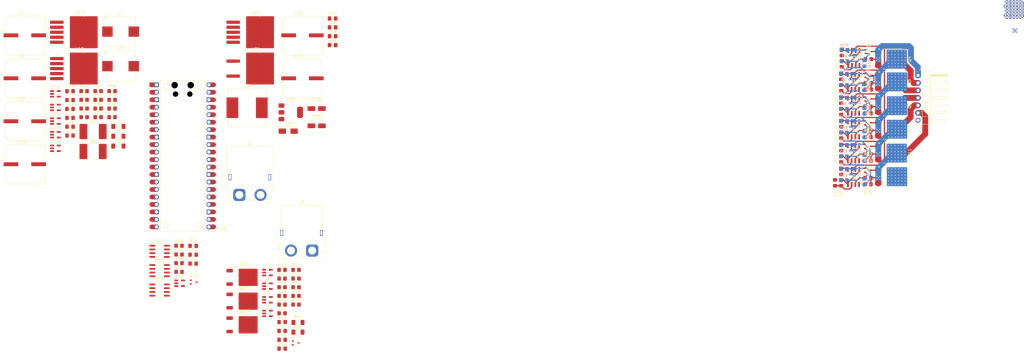
<source format=kicad_pcb>
(kicad_pcb (version 20240108) (generator "pcbnew") (generator_version "8.0")
  (layers (0 "F.Cu" signal) (31 "B.Cu" signal) (34 "B.Paste" user) (35 "F.Paste" user) (36 "B.SilkS" user "B.Silkscreen") (37 "F.SilkS" user "F.Silkscreen") (38 "B.Mask" user) (39 "F.Mask" user) (44 "Edge.Cuts" user))
  (net 0 "")
  (net 1 "GND")
  (net 2 "+12V")
  (net 3 "Net-(U12-FILTER)")
  (net 4 "+5V")
  (net 5 "/Sztuczne_obciazenie/+5V")
  (net 6 "/Balanser/B5")
  (net 7 "/Balanser/B3")
  (net 8 "/Balanser/B1")
  (net 9 "/Balanser/B6")
  (net 10 "/Balanser/B4")
  (net 11 "/Balanser/B2")
  (net 12 "/Pomiar pradu/BAT+")
  (net 13 "/Pomiar pradu/BAT-")
  (net 14 "Net-(Q1-C)")
  (net 15 "Net-(Q1-E)")
  (net 16 "Net-(Q1-B)")
  (net 17 "Net-(Q2-C)")
  (net 18 "Net-(Q2-B)")
  (net 19 "Net-(Q2-E)")
  (net 20 "Net-(Q3-B)")
  (net 21 "Net-(Q3-E)")
  (net 22 "Net-(Q3-C)")
  (net 23 "Net-(Q10-B)")
  (net 24 "Net-(Q7-E)")
  (net 25 "Net-(Q7-B)")
  (net 26 "Net-(Q8-B)")
  (net 27 "Net-(Q11-B)")
  (net 28 "Net-(Q8-E)")
  (net 29 "Net-(Q12-B)")
  (net 30 "Net-(Q9-B)")
  (net 31 "Net-(Q9-E)")
  (net 32 "Net-(Q13-B)")
  (net 33 "Net-(Q13-E)")
  (net 34 "Net-(Q13-C)")
  (net 35 "/Ladowarka/Vin")
  (net 36 "Net-(Q14-E)")
  (net 37 "Net-(Q15-E)")
  (net 38 "Net-(Q16-E)")
  (net 39 "Net-(Q17-S-Pad1)")
  (net 40 "Net-(Q17-G)")
  (net 41 "/Pomiar pradu/P_ON")
  (net 42 "Net-(U1A-+)")
  (net 43 "Net-(U2A-+)")
  (net 44 "Net-(U3A-+)")
  (net 45 "Net-(U1A--)")
  (net 46 "Net-(U2A--)")
  (net 47 "Net-(U3A--)")
  (net 48 "/Balanser/V_bat_6")
  (net 49 "/Balanser/V_bat_5")
  (net 50 "/Balanser/V_bat_4")
  (net 51 "Net-(R13-Pad1)")
  (net 52 "Net-(R14-Pad1)")
  (net 53 "Net-(R15-Pad1)")
  (net 54 "Net-(U4A-+)")
  (net 55 "Net-(U5A-+)")
  (net 56 "Net-(U6A-+)")
  (net 57 "Net-(U4A--)")
  (net 58 "Net-(U5A--)")
  (net 59 "Net-(U6A--)")
  (net 60 "/Balanser/V_bat_3")
  (net 61 "/Balanser/V_bat_2")
  (net 62 "/Balanser/V_bat_1")
  (net 63 "Net-(R34-Pad1)")
  (net 64 "Net-(R35-Pad1)")
  (net 65 "Net-(R36-Pad1)")
  (net 66 "/Ladowarka/Vout")
  (net 67 "Net-(U7-+)")
  (net 68 "Net-(U10-+)")
  (net 69 "Net-(U12-VIOUT)")
  (net 70 "/Sztuczne_obciazenie/set_I")
  (net 71 "Net-(U8-+)")
  (net 72 "/Sztuczne_obciazenie/EN")
  (net 73 "Net-(U9--)")
  (net 74 "Net-(U11-+)")
  (net 75 "Net-(U9-+)")
  (net 76 "Net-(U8--)")
  (net 77 "Net-(U7--)")
  (net 78 "/Balanser/Vballans")
  (net 79 "Net-(U17-VC)")
  (net 80 "Net-(U18-VC)")
  (net 81 "+3.3V")
  (net 82 "/Ladowarka/Off")
  (net 83 "FB")
  (net 84 "Net-(D2-A)")
  (net 85 "Net-(D3-A)")
  (net 86 "Net-(D4-K)")
  (net 87 "Net-(D5-K)")
  (net 88 "Net-(D6-K)")
  (net 89 "Net-(R44-Pad2)")
  (net 90 "/Ladowarka/Set I")
  (net 91 "Net-(U13-+)")
  (net 92 "Net-(U15-+)")
  (net 93 "Net-(U15--)")
  (net 94 "Net-(U13--)")
  (net 95 "Net-(U19-+)")
  (net 96 "Ref")
  (net 97 "Net-(R70-Pad2)")
  (net 98 "Net-(U16-+)")
  (net 99 "/Ladowarka/Hall")
  (net 100 "/Ladowarka/Set V")
  (net 101 "/Ladowarka/V_OUT (ADC)")
  (footprint "Package_TO_SOT_SMD:TO-263-5_TabPin3" (layer "F.Cu") (at -96.03 54.1)
    (property "Reference" "U18")
    (property "Value" "XL4015")
  )
  (footprint "Resistor_SMD:R_0805_2012Metric_Pad1.20x1.40mm_HandSolder" (layer "F.Cu") (at -22.45 134.25)
    (property "Reference" "R59")
    (property "Value" "10k")
  )
  (footprint "Capacitor_SMD:C_0805_2012Metric_Pad1.18x1.45mm_HandSolder" (layer "F.Cu") (at -57.4 120.32)
    (property "Reference" "C11")
    (property "Value" "100n")
  )
  (footprint "Resistor_SMD:R_0805_2012Metric_Pad1.20x1.40mm_HandSolder" (layer "F.Cu") (at 162.7 84.8 90)
    (property "Reference" "R32")
    (property "Value" "1.2k")
  )
  (footprint "Package_TO_SOT_SMD:TO-252-2" (layer "F.Cu") (at 180.315 66.665)
    (property "Reference" "Q6")
    (property "Value" "MJD45H11T4")
  )
  (footprint "Resistor_SMD:R_0805_2012Metric_Pad1.20x1.40mm_HandSolder" (layer "F.Cu") (at -22.45 122.45)
    (property "Reference" "R53")
    (property "Value" "10k")
  )
  (footprint "Package_SO:SOIC-8_3.9x4.9mm_P1.27mm" (layer "F.Cu") (at -68.78 129.31)
    (property "Reference" "U12")
    (property "Value" "ACS712xLCTR-20A")
  )
  (footprint "Resistor_SMD:R_0805_2012Metric_Pad1.20x1.40mm_HandSolder" (layer "F.Cu") (at 171.8 83.1 180)
    (property "Reference" "R23")
    (property "Value" "2k")
  )
  (footprint "Package_SO:SO-8_3.9x4.9mm_P1.27mm" (layer "F.Cu") (at 167 50.5 90)
    (property "Reference" "U1")
    (property "Value" "LM2904")
  )
  (footprint "Package_TO_SOT_SMD:TO-263-2" (layer "F.Cu") (at -36.15 54.1)
    (property "Reference" "U21")
    (property "Value" "L7805")
  )
  (footprint "Connector_AMASS:AMASS_XT60PW-M_1x02_P7.20mm_Horizontal" (layer "F.Cu") (at -41.7 97)
    (property "Reference" "J2")
    (property "Value" "Battery_conn")
  )
  (footprint "Capacitor_SMD:C_0805_2012Metric_Pad1.18x1.45mm_HandSolder" (layer "F.Cu") (at -57.4 114.3)
    (property "Reference" "C9")
    (property "Value" "1n")
  )
  (footprint "Capacitor_SMD:C_0805_2012Metric_Pad1.18x1.45mm_HandSolder" (layer "F.Cu") (at 162.7 80.9 -90)
    (property "Reference" "C5")
    (property "Value" "100n")
  )
  (footprint "Resistor_SMD:R_0805_2012Metric_Pad1.20x1.40mm_HandSolder" (layer "F.Cu") (at -27.2 137.2)
    (property "Reference" "R52")
    (property "Value" "10k")
  )
  (footprint "Capacitor_SMD:C_0805_2012Metric_Pad1.18x1.45mm_HandSolder" (layer "F.Cu") (at -10.04 40.09)
    (property "Reference" "C28")
    (property "Value" "100n")
  )
  (footprint "Resistor_SMD:R_0805_2012Metric_Pad1.20x1.40mm_HandSolder" (layer "F.Cu") (at -22.45 131.3)
    (property "Reference" "R58")
    (property "Value" "1.2k")
  )
  (footprint "Resistor_SMD:R_0805_2012Metric_Pad1.20x1.40mm_HandSolder" (layer "F.Cu") (at 162.7 92.9 90)
    (property "Reference" "R33")
    (property "Value" "1.2k")
  )
  (footprint "Package_SO:SO-8_3.9x4.9mm_P1.27mm" (layer "F.Cu") (at 166.865 82.835 90)
    (property "Reference" "U5")
    (property "Value" "LM2904")
  )
  (footprint "Package_SO:SO-8_3.9x4.9mm_P1.27mm" (layer "F.Cu") (at 166.89 74.73 90)
    (property "Reference" "U4")
    (property "Value" "LM2904")
  )
  (footprint "Diode_SMD:D_MiniMELF" (layer "F.Cu") (at -82.785 73.745)
    (property "Reference" "D1")
    (property "Value" "LL103A")
  )
  (footprint "Resistor_SMD:R_1206_3216Metric_Pad1.30x1.75mm_HandSolder" (layer "F.Cu") (at -21.79 143.61)
    (property "Reference" "R60")
    (property "Value" "0.1")
  )
  (footprint "Library:CP_Elec_12.5x13.5" (layer "F.Cu") (at -114.575 86.57)
    (property "Reference" "C23")
    (property "Value" "470u")
  )
  (footprint "Resistor_SMD:R_0805_2012Metric_Pad1.20x1.40mm_HandSolder" (layer "F.Cu") (at 162.9 52.5 90)
    (property "Reference" "R10")
    (property "Value" "1.2k")
  )
  (footprint "Capacitor_SMD:C_0805_2012Metric_Pad1.18x1.45mm_HandSolder" (layer "F.Cu") (at 162.7 72.8 -90)
    (property "Reference" "C4")
    (property "Value" "100n")
  )
  (footprint "Resistor_SMD:R_0805_2012Metric_Pad1.20x1.40mm_HandSolder" (layer "F.Cu") (at 171.9 50.9 180)
    (property "Reference" "R1")
    (property "Value" "2k")
  )
  (footprint "Resistor_SMD:R_0805_2012Metric_Pad1.20x1.40mm_HandSolder" (layer "F.Cu") (at -94.42 64.7)
    (property "Reference" "R61")
    (property "Value" "10k")
  )
  (footprint "Package_TO_SOT_SMD:SOT-23-5" (layer "F.Cu") (at -104.18 67.3)
    (property "Reference" "U14")
    (property "Value" "MCP6001-OT")
  )
  (footprint "Package_SO:SOIC-8_3.9x4.9mm_P1.27mm" (layer "F.Cu") (at -68.78 122.73)
    (property "Reference" "Q18")
    (property "Value" "IRF7404")
  )
  (footprint "Capacitor_SMD:C_0805_2012Metric_Pad1.18x1.45mm_HandSolder" (layer "F.Cu") (at -99.2 76.83)
    (property "Reference" "C21")
    (property "Value" "1uF")
  )
  (footprint "Capacitor_SMD:C_0805_2012Metric_Pad1.18x1.45mm_HandSolder" (layer "F.Cu") (at -27.17 140.18)
    (property "Reference" "C12")
    (property "Value" "100n")
  )
  (footprint "Capacitor_SMD:C_0805_2012Metric_Pad1.18x1.45mm_HandSolder" (layer "F.Cu") (at -99.2 61.78)
    (property "Reference" "C16")
    (property "Value" "1uF")
  )
  (footprint "Resistor_SMD:R_0805_2012Metric_Pad1.20x1.40mm_HandSolder" (layer "F.Cu") (at -89.67 67.65)
    (property "Reference" "R66")
    (property "Value" "10k")
  )
  (footprint "Resistor_SMD:R_0805_2012Metric_Pad1.20x1.40mm_HandSolder" (layer "F.Cu") (at -94.42 70.6)
    (property "Reference" "R63")
    (property "Value" "1.2k")
  )
  (footprint "Library:CP_Elec_12.5x13.5" (layer "F.Cu") (at -114.575 57.39)
    (property "Reference" "C8")
    (property "Value" "470u")
  )
  (footprint "Resistor_SMD:R_0805_2012Metric_Pad1.20x1.40mm_HandSolder" (layer "F.Cu") (at -27.2 122.45)
    (property "Reference" "R47")
    (property "Value" "10k")
  )
  (footprint "Resistor_SMD:R_0805_2012Metric_Pad1.20x1.40mm_HandSolder" (layer "F.Cu") (at -62.18 120.17)
    (property "Reference" "R55")
    (property "Value" "1.2k")
  )
  (footprint "Package_TO_SOT_SMD:SOT-23-5" (layer "F.Cu") (at -32.15 132.625)
    (property "Reference" "U9")
    (property "Value" "MCP6001-OT")
  )
  (footprint "Resistor_SMD:R_0805_2012Metric_Pad1.20x1.40mm_HandSolder" (layer "F.Cu") (at -89.67 70.6)
    (property "Reference" "R67")
    (property "Value" "1.2k")
  )
  (footprint "Package_TO_SOT_SMD:SOT-23-5" (layer "F.Cu") (at -61.98 126.995)
    (property "Reference" "U10")
    (property "Value" "MCP6001-OT")
  )
  (footprint "Resistor_SMD:R_0805_2012Metric_Pad1.20x1.40mm_HandSolder" (layer "F.Cu") (at 171.8 67 180)
    (property "Reference" "R3")
    (property "Value" "2k")
  )
  (footprint "Diode_SMD:D_MiniMELF" (layer "F.Cu") (at -82.785 77.085)
    (property "Reference" "D2")
    (property "Value" "LL103A")
  )
  (footprint "Package_TO_SOT_SMD:SOT-323_SC-70" (layer "F.Cu") (at -22.54 147.285)
    (property "Reference" "Q13")
    (property "Value" "BC846BW")
  )
  (footprint "Capacitor_SMD:C_0805_2012Metric_Pad1.18x1.45mm_HandSolder" (layer "F.Cu") (at -27.17 149.21)
    (property "Reference" "C15")
    (property "Value" "100n")
  )
  (footprint "Resistor_SMD:R_0805_2012Metric_Pad1.20x1.40mm_HandSolder" (layer "F.Cu") (at -27.2 125.4)
    (property "Reference" "R48")
    (property "Value" "1.2k")
  )
  (footprint "Capacitor_SMD:C_0805_2012Metric_Pad1.18x1.45mm_HandSolder" (layer "F.Cu") (at -57.4 117.31)
    (property "Reference" "C10")
    (property "Value" "100n")
  )
  (footprint "Package_TO_SOT_SMD:TO-263-5_TabPin3" (layer "F.Cu") (at -96.03 41.75)
    (property "Reference" "U17")
    (property "Value" "XL4015")
  )
  (footprint "Package_TO_SOT_SMD:TO-252-2" (layer "F.Cu") (at -39.96 133.06)
    (property "Reference" "Q15")
    (property "Value" "BUJ302AD")
  )
  (footprint "Capacitor_SMD:C_0805_2012Metric_Pad1.18x1.45mm_HandSolder" (layer "F.Cu") (at -10.04 37.08)
    (property "Reference" "C27")
    (property "Value" "100n")
  )
  (footprint "Capacitor_SMD:C_0805_2012Metric_Pad1.18x1.45mm_HandSolder" (layer "F.Cu") (at -10.04 43.1)
    (property "Reference" "C29")
    (property "Value" "100n")
  )
  (footprint "Capacitor_SMD:C_0805_2012Metric_Pad1.18x1.45mm_HandSolder" (layer "F.Cu") (at 162.7 64.8 -90)
    (property "Reference" "C3")
    (property "Value" "100n")
  )
  (footprint "Inductor_SMD:L_Bourns_SRP1038C_10.0x10.0mm" (layer "F.Cu") (at -82.03 53.27)
    (property "Reference" "L2")
    (property "Value" "47uH")
  )
  (footprint "Diode_SMD:D_3220_8050Metric_Pad2.65x5.15mm_HandSolder" (layer "F.Cu") (at -91.375 75.47)
    (property "Reference" "D4")
    (property "Value" "B540C")
  )
  (footprint "Capacitor_SMD:C_0805_2012Metric_Pad1.18x1.45mm_HandSolder" (layer "F.Cu") (at -99.2 64.79)
    (property "Reference" "C17")
    (property "Value" "1uF")
  )
  (footprint "Library:CP_Elec_12.5x13.5" (layer "F.Cu") (at -20.265 42.8)
    (property "Reference" "C24")
    (property "Value" "470u")
  )
  (footprint "Resistor_SMD:R_0805_2012Metric_Pad1.20x1.40mm_HandSolder" (layer "F.Cu") (at 171.8 77.4 180)
    (property "Reference" "R6")
    (property "Value" "2k")
  )
  (footprint "Package_TO_SOT_SMD:SOT-323_SC-70" (layer "F.Cu") (at 171.9 56.4)
    (property "Reference" "Q2")
    (property "Value" "BC846BW")
  )
  (footprint "Package_TO_SOT_SMD:TO-252-2" (layer "F.Cu") (at 180.315 50.855)
    (property "Reference" "Q4")
    (property "Value" "MJD45H11T4")
  )
  (footprint "Capacitor_SMD:C_0805_2012Metric_Pad1.18x1.45mm_HandSolder" (layer "F.Cu") (at 162.7 56.7 -90)
    (property "Reference" "C2")
    (property "Value" "100n")
  )
  (footprint "Package_TO_SOT_SMD:TO-252-2" (layer "F.Cu") (at 180.315 74.72)
    (property "Reference" "Q10")
    (property "Value" "MJD45H11T4")
  )
  (footprint "Capacitor_SMD:C_0805_2012Metric_Pad1.18x1.45mm_HandSolder" (layer "F.Cu") (at -99.2 70.81)
    (property "Reference" "C19")
    (property "Value" "1uF")
  )
  (footprint "Package_SO:SO-8_3.9x4.9mm_P1.27mm" (layer "F.Cu") (at 166.9 66.7 90)
    (property "Reference" "U3")
    (property "Value" "LM2904")
  )
  (footprint "Diode_SMD:D_3220_8050Metric_Pad2.65x5.15mm_HandSolder" (layer "F.Cu") (at -91.375 82.26)
    (property "Reference" "D5")
    (property "Value" "B540C")
  )
  (footprint "Resistor_SMD:R_0805_2012Metric_Pad1.20x1.40mm_HandSolder" (layer "F.Cu") (at 171.9 59 180)
    (property "Reference" "R2")
    (property "Value" "2k")
  )
  (footprint "Package_TO_SOT_SMD:TO-263-5_TabPin3" (layer "F.Cu") (at -36.15 41.75)
    (property "Reference" "U20")
    (property "Value" "LM2575-12BU")
  )
  (footprint "Resistor_SMD:R_0805_2012Metric_Pad1.20x1.40mm_HandSolder" (layer "F.Cu") (at 171.8 91.2 180)
    (property "Reference" "R24")
    (property "Value" "2k")
  )
  (footprint "Capacitor_SMD:CP_Elec_4x5.4" (layer "F.Cu") (at -15.45 73.53)
    (property "Reference" "C30")
    (property "Value" "22u")
  )
  (footprint "Package_SO:SOIC-8_3.9x4.9mm_P1.27mm" (layer "F.Cu") (at -68.78 116.15)
    (property "Reference" "Q17")
    (property "Value" "IRF7404")
  )
  (footprint "Package_TO_SOT_SMD:TO-252-2" (layer "F.Cu") (at -39.96 141.115)
    (property "Reference" "Q16")
    (property "Value" "BUJ302AD")
  )
  (footprint "Resistor_SMD:R_1206_3216Metric_Pad1.30x1.75mm_HandSolder" (layer "F.Cu") (at -21.79 140.32)
    (property "Reference" "R43")
    (property "Value" "0.1")
  )
  (footprint "Resistor_SMD:R_0805_2012Metric_Pad1.20x1.40mm_HandSolder" (layer "F.Cu") (at -94.42 67.65)
    (property "Reference" "R62")
    (property "Value" "5.1k")
  )
  (footprint "Resistor_SMD:R_0805_2012Metric_Pad1.20x1.40mm_HandSolder" (layer "F.Cu") (at -89.67 64.7)
    (property "Reference" "R65")
    (property "Value" "10K")
  )
  (footprint "Package_TO_SOT_SMD:SOT-23-5" (layer "F.Cu") (at -32.15 137.25)
    (property "Reference" "U11")
    (property "Value" "MCP6001-OT")
  )
  (footprint "Capacitor_SMD:C_0805_2012Metric_Pad1.18x1.45mm_HandSolder" (layer "F.Cu") (at -99.2 73.82)
    (property "Reference" "C20")
    (property "Value" "1uF")
  )
  (footprint "Resistor_SMD:R_0805_2012Metric_Pad1.20x1.40mm_HandSolder" (layer "F.Cu") (at 171.8 93.4 180)
    (property "Reference" "R26")
    (property "Value" "2k")
  )
  (footprint "Package_TO_SOT_SMD:TO-252-2" (layer "F.Cu") (at 180.315 82.775)
    (property "Reference" "Q11")
    (property "Value" "MJD45H11T4")
  )
  (footprint "Package_TO_SOT_SMD:SOT-23-5" (layer "F.Cu") (at -104.18 76.55)
    (property "Reference" "U16")
    (property "Value" "MCP6001-OT")
  )
  (footprint "Resistor_SMD:R_0805_2012Metric_Pad1.20x1.40mm_HandSolder" (layer "F.Cu") (at -62.18 123.12)
    (property "Reference" "R56")
    (property "Value" "100k")
  )
  (footprint "Capacitor_SMD:C_0805_2012Metric_Pad1.18x1.45mm_HandSolder" (layer "F.Cu") (at -27.17 146.2)
    (property "Reference" "C14")
    (property "Value" "100n")
  )
  (footprint "Capacitor_SMD:C_0805_2012Metric_Pad1.18x1.45mm_HandSolder" (layer "F.Cu") (at 162.7 89 -90)
    (property "Reference" "C6")
    (property "Value" "100n")
  )
  (footprint "Package_TO_SOT_SMD:SOT-23-5" (layer "F.Cu") (at -104.18 62.675)
    (property "Reference" "U13")
    (property "Value" "MCP6001-OT")
  )
  (footprint "Package_SO:SO-8_3.9x4.9mm_P1.27mm" (layer "F.Cu") (at 166.89 90.9 90)
    (property "Reference" "U6")
    (property "Value" "LM2904")
  )
  (footprint "Inductor_SMD:L_Bourns_SRR1208_12.7x12.7mm" (layer "F.Cu") (at -39.065 67.4)
    (property "Reference" "L3")
    (property "Value" "330u")
  )
  (footprint "Resistor_SMD:R_0805_2012Metric_Pad1.20x1.40mm_HandSolder" (layer "F.Cu") (at -22.45 128.35)
    (property "Reference" "R57")
    (property "Value" "1.2k")
  )
  (footprint "Capacitor_SMD:C_0805_2012Metric_Pad1.18x1.45mm_HandSolder" (layer "F.Cu") (at -27.17 143.19)
    (property "Reference" "C13")
    (property "Value" "100n")
  )
  (footprint "Package_TO_SOT_SMD:SOT-23-5" (layer "F.Cu") (at -32.15 128)
    (property "Reference" "U8")
    (property "Value" "MCP6001-OT")
  )
  (footprint "Resistor_SMD:R_0805_2012Metric_Pad1.20x1.40mm_HandSolder" (layer "F.Cu") (at 171.8 69.3 180)
    (property "Reference" "R5")
    (property "Value" "2k")
  )
  (footprint "Library:CP_Elec_12.5x13.5" (layer "F.Cu") (at -114.575 42.8)
    (property "Reference" "C7")
    (property "Value" "470u")
  )
  (footprint "Module_RaspberryPi_Pico:RaspberryPi_Pico_Common" (layer "F.Cu") (at -60.94 83.725)
    (property "Reference" "U23")
    (property "Value" "RaspberryPi_Pico")
  )
  (footprint "Package_TO_SOT_SMD:TO-252-2" (layer "F.Cu") (at 180.315 90.83)
    (property "Reference" "Q12")
    (property "Value" "MJD45H11T4")
  )
  (footprint "Package_TO_SOT_SMD:SOT-323_SC-70" (layer "F.Cu") (at -57.18 126.625)
    (property "Reference" "Q19")
    (property "Value" "BC846BW")
  )
  (footprint "Package_TO_SOT_SMD:SOT-223-3_TabPin2" (layer "F.Cu") (at -24.25 68.955)
    (property "Reference" "U22")
    (property "Value" "LDI1117-3.3")
  )
  (footprint "Package_TO_SOT_SMD:SOT-23-5" (layer "F.Cu") (at -104.18 71.925)
    (property "Reference" "U15")
    (property "Value" "MCP6001-OT")
  )
  (footprint "Capacitor_SMD:C_0805_2012Metric_Pad1.18x1.45mm_HandSolder" (layer "F.Cu") (at 162.9 48.6 -90)
    (property "Reference" "C1")
    (property "Value" "100n")
  )
  (footprint "Resistor_SMD:R_0805_2012Metric_Pad1.20x1.40mm_HandSolder" (layer "F.Cu") (at -89.67 61.75)
    (property "Reference" "R64")
    (property "Value" "10K")
  )
  (footprint "Package_SO:SO-8_3.9x4.9mm_P1.27mm" (layer "F.Cu") (at 166.865 58.635 90)
    (property "Reference" "U2")
    (property "Value" "LM2904")
  )
  (footprint "Package_TO_SOT_SMD:SOT-323_SC-70" (layer "F.Cu") (at 171.8 80.5)
    (property "Reference" "Q8")
    (property "Value" "BC846BW")
  )
  (footprint "Resistor_SMD:R_0805_2012Metric_Pad1.20x1.40mm_HandSolder" (layer "F.Cu") (at 162.7 76.7 90)
    (property "Reference" "R31")
    (property "Value" "1.2k")
  )
  (footprint "Resistor_SMD:R_0805_2012Metric_Pad1.20x1.40mm_HandSolder" (layer "F.Cu") (at -84.92 64.7)
    (property "Reference" "R69")
    (property "Value" "1.2k")
  )
  (footprint "Resistor_SMD:R_0805_2012Metric_Pad1.20x1.40mm_HandSolder" (layer "F.Cu") (at -62.18 117.22)
    (property "Reference" "R46")
    (property "Value" "5.1k")
  )
  (footprint "Resistor_SMD:R_0805_2012Metric_Pad1.20x1.40mm_HandSolder" (layer "F.Cu") (at -22.45 125.4)
    (property "Reference" "R54")
    (property "Value" "10k")
  )
  (footprint "Diode_SMD:D_MiniMELF" (layer "F.Cu") (at -82.785 80.425)
    (property "Reference" "D3")
    (property "Value" "LL103A")
  )
  (footprint "Resistor_SMD:R_0805_2012Metric_Pad1.20x1.40mm_HandSolder" (layer "F.Cu") (at 171.8 85.4 180)
    (property "Reference" "R25")
    (property "Value" "2k")
  )
  (footprint "Resistor_SMD:R_0805_2012Metric_Pad1.20x1.40mm_HandSolder" (layer "F.Cu") (at 171.9 61.2 180)
    (property "Reference" "R4")
    (property "Value" "2k")
  )
  (footprint "Capacitor_SMD:CP_Elec_4x5.4" (layer "F.Cu") (at -15.45 67.68)
    (property "Reference" "C26")
    (property "Value" "22u")
  )
  (footprint "Library:CP_Elec_12.5x13.5" (layer "F.Cu") (at -20.265 57.39)
    (property "Reference" "C25")
    (property "Value" "470u")
  )
  (footprint "Package_TO_SOT_SMD:SOT-323_SC-70" (layer "F.Cu") (at 171.8 72.5)
    (property "Reference" "Q7")
    (property "Value" "BC846BW")
  )
  (footprint "Resistor_SMD:R_0805_2012Metric_Pad1.20x1.40mm_HandSolder" (layer "F.Cu") (at -27.2 128.35)
    (property "Reference" "R49")
    (property "Value" "10k")
  )
  (footprint "Package_TO_SOT_SMD:SOT-323_SC-70" (layer "F.Cu") (at 172 48.3)
    (property "Reference" "Q1")
    (property "Value" "BC846BW")
  )
  (footprint "Resistor_SMD:R_0805_2012Metric_Pad1.20x1.40mm_HandSolder" (layer "F.Cu") (at -27.2 134.25)
    (property "Reference" "R51")
    (property "Value" "10k")
  )
  (footprint "Package_TO_SOT_SMD:SOT-323_SC-70" (layer "F.Cu") (at 171.9 64.4)
    (property "Reference" "Q3")
    (property "Value" "BC846BW")
  )
  (footprint "Package_TO_SOT_SMD:SOT-323_SC-70" (layer "F.Cu") (at 171.8 88.6)
    (property "Reference" "Q9")
    (property "Value" "BC846BW")
  )
  (footprint "Library:CP_Elec_12.5x13.5" (layer "F.Cu") (at -114.575 71.98)
    (property "Reference" "C22")
    (property "Value" "470u")
  )
  (footprint "Connector_PinHeader_2.54mm:PinHeader_1x07_P2.54mm_Horizontal" (layer "F.Cu") (at 188.8 56.42)
    (property "Reference" "J1")
    (property "Value" "Bat_ballanser_conn")
  )
  (footprint "Resistor_SMD:R_0805_2012Metric_Pad1.20x1.40mm_HandSolder" (layer "F.Cu") (at 160.6 92.9 -90)
    (property "Reference" "R27")
    (property "Value" "2k")
  )
  (footprint "Resistor_SMD:R_0805_2012Metric_Pad1.20x1.40mm_HandSolder" (layer "F.Cu") (at -84.92 67.65)
    (property "Reference" "R70")
    (property "Value" "2k")
  )
  (footprint "Resistor_SMD:R_0805_2012Metric_Pad1.20x1.40mm_HandSolder" (layer "F.Cu") (at 162.7 60.6 90)
    (property "Reference" "R11")
    (property "Value" "1.2k")
  )
  (footprint "Capacitor_SMD:C_0805_2012Metric_Pad1.18x1.45mm_HandSolder" (layer "F.Cu") (at -99.2 67.8)
    (property "Reference" "C18")
    (property "Value" "1uF")
  )
  (footprint "Package_TO_SOT_SMD:TO-252-2" (layer "F.Cu") (at 180.315 58.61)
    (property "Reference" "Q5")
    (property "Value" "MJD45H11T4")
  )
  (footprint "Package_TO_SOT_SMD:SOT-23-5" (layer "F.Cu") (at -32.15 123.375)
    (property "Reference" "U7")
    (property "Value" "MCP6001-OT")
  )
  (footprint "Resistor_SMD:R_0805_2012Metric_Pad1.20x1.40mm_HandSolder" (layer "F.Cu") (at -62.18 114.27)
    (property "Reference" "R45")
    (property "Value" "10k")
  )
  (footprint "Resistor_SMD:R_0805_2012Metric_Pad1.20x1.40mm_HandSolder" (layer "F.Cu") (at -84.92 70.6)
    (property "Reference" "R71")
    (property "Value" "1.2k")
  )
  (footprint "Inductor_SMD:L_Bourns_SRP1038C_10.0x10.0mm" (layer "F.Cu") (at -82.03 41.535)
    (property "Reference" "L1")
    (property "Value" "47uH")
  )
  (footprint "Diode_SMD:D_SMA" (layer "F.Cu") (at -25.105 75.35)
    (property "Reference" "D6")
    (property "Value" "SS26")
  )
  (footprint "Connector_AMASS:AMASS_XT60PW-F_1x02_P7.20mm_Horizontal" (layer "F.Cu") (at -16.95 115.9)
    (property "Reference" "J3")
    (property "Value" "Power_conn")
  )
  (footprint "Resistor_SMD:R_0805_2012Metric_Pad1.20x1.40mm_HandSolder" (layer "F.Cu") (at 171.8 75.1 180)
    (property "Reference" "R22")
    (property "Value" "2k")
  )
  (footprint "Resistor_SMD:R_0805_2012Metric_Pad1.20x1.40mm_HandSolder" (layer "F.Cu") (at -94.42 61.75)
    (property "Reference" "R44")
    (property "Value" "2k")
  )
  (footprint "Resistor_SMD:R_0805_2012Metric_Pad1.20x1.40mm_HandSolder" (layer "F.Cu") (at -84.92 61.75)
    (property "Reference" "R68")
    (property "Value" "10k")
  )
  (footprint "Capacitor_SMD:C_0805_2012Metric_Pad1.18x1.45mm_HandSolder" (layer "F.Cu") (at -10.04 46.11)
    (property "Reference" "C31")
    (property "Value" "100n")
  )
  (footprint "Package_TO_SOT_SMD:SOT-23-5" (layer "F.Cu") (at -104.18 81.175)
    (property "Reference" "U19")
    (property "Value" "MCP6001-OT")
  )
  (footprint "Resistor_SMD:R_0805_2012Metric_Pad1.20x1.40mm_HandSolder" (layer "F.Cu") (at -27.2 131.3)
    (property "Reference" "R50")
    (property "Value" "10k")
  )
  (footprint "Package_TO_SOT_SMD:TO-252-2" (layer "F.Cu") (at -39.96 125.005)
    (property "Reference" "Q14")
    (property "Value" "MJD31CT4")
  )
  (footprint "Resistor_SMD:R_0805_2012Metric_Pad1.20x1.40mm_HandSolder" (layer "F.Cu") (at 162.7 68.7 90)
    (property "Reference" "R12")
    (property "Value" "1.2k")
  )
  (footprint "Resistor_SMD:R_0805_2012Metric_Pad1.20x1.40mm_HandSolder" (layer "B.Cu") (at 167.2 48.7 90)
    (property "Reference" "R13")
    (property "Value" "10k")
  )
  (footprint "Resistor_SMD:R_0805_2012Metric_Pad1.20x1.40mm_HandSolder" (layer "B.Cu") (at 163.6 88.2)
    (property "Reference" "R39")
    (property "Value" "5.1k")
  )
  (footprint "Resistor_SMD:R_0805_2012Metric_Pad1.20x1.40mm_HandSolder" (layer "B.Cu") (at 170.6 92.5 90)
    (property "Reference" "R42")
    (property "Value" "100")
  )
  (footprint "Resistor_SMD:R_0805_2012Metric_Pad1.20x1.40mm_HandSolder" (layer "B.Cu") (at 163.6 80.1)
    (property "Reference" "R38")
    (property "Value" "5.1k")
  )
  (footprint "Resistor_SMD:R_0805_2012Metric_Pad1.20x1.40mm_HandSolder" (layer "B.Cu") (at 163.6 55.9)
    (property "Reference" "R17")
    (property "Value" "5.1k")
  )
  (footprint "Resistor_SMD:R_0805_2012Metric_Pad1.20x1.40mm_HandSolder" (layer "B.Cu") (at 167.1 81 90)
    (property "Reference" "R35")
    (property "Value" "10k")
  )
  (footprint "Resistor_SMD:R_0805_2012Metric_Pad1.20x1.40mm_HandSolder" (layer "B.Cu") (at 167.1 72.9 90)
    (property "Reference" "R34")
    (property "Value" "10k")
  )
  (footprint "Resistor_SMD:R_0805_2012Metric_Pad1.20x1.40mm_HandSolder" (layer "B.Cu") (at 170.5 60.5 90)
    (property "Reference" "R20")
    (property "Value" "510")
  )
  (footprint "Resistor_SMD:R_0805_2012Metric_Pad1.20x1.40mm_HandSolder" (layer "B.Cu") (at 167.1 64.9 90)
    (property "Reference" "R15")
    (property "Value" "10k")
  )
  (footprint "Resistor_SMD:R_0805_2012Metric_Pad1.20x1.40mm_HandSolder" (layer "B.Cu") (at 167.1 89.1 90)
    (property "Reference" "R36")
    (property "Value" "10k")
  )
  (footprint "Resistor_SMD:R_0805_2012Metric_Pad1.20x1.40mm_HandSolder" (layer "B.Cu") (at 167.1 56.8 90)
    (property "Reference" "R14")
    (property "Value" "10k")
  )
  (footprint "Resistor_SMD:R_0805_2012Metric_Pad1.20x1.40mm_HandSolder" (layer "B.Cu") (at 170.6 76.5 90)
    (property "Reference" "R40")
    (property "Value" "510")
  )
  (footprint "Resistor_SMD:R_0805_2012Metric_Pad1.20x1.40mm_HandSolder" (layer "B.Cu") (at 163.8 51.6 180)
    (property "Reference" "R7")
    (property "Value" "1.2k")
  )
  (footprint "Resistor_SMD:R_0805_2012Metric_Pad1.20x1.40mm_HandSolder" (layer "B.Cu") (at 163.6 59.7 180)
    (property "Reference" "R8")
    (property "Value" "1.2k")
  )
  (footprint "Resistor_SMD:R_0805_2012Metric_Pad1.20x1.40mm_HandSolder" (layer "B.Cu") (at 163.6 67.8 180)
    (property "Reference" "R9")
    (property "Value" "1.2k")
  )
  (footprint "Resistor_SMD:R_0805_2012Metric_Pad1.20x1.40mm_HandSolder" (layer "B.Cu") (at 170.6 68.5 90)
    (property "Reference" "R21")
    (property "Value" "510")
  )
  (footprint "Resistor_SMD:R_0805_2012Metric_Pad1.20x1.40mm_HandSolder" (layer "B.Cu") (at 163.6 75.8 180)
    (property "Reference" "R28")
    (property "Value" "1.2k")
  )
  (footprint "Resistor_SMD:R_0805_2012Metric_Pad1.20x1.40mm_HandSolder" (layer "B.Cu") (at 163.8 47.8)
    (property "Reference" "R16")
    (property "Value" "5.1k")
  )
  (footprint "Resistor_SMD:R_0805_2012Metric_Pad1.20x1.40mm_HandSolder" (layer "B.Cu") (at 163.6 72)
    (property "Reference" "R37")
    (property "Value" "5.1k")
  )
  (footprint "Resistor_SMD:R_0805_2012Metric_Pad1.20x1.40mm_HandSolder" (layer "B.Cu") (at 170.6 84.5 90)
    (property "Reference" "R41")
    (property "Value" "390")
  )
  (footprint "Resistor_SMD:R_0805_2012Metric_Pad1.20x1.40mm_HandSolder" (layer "B.Cu") (at 163.6 83.9 180)
    (property "Reference" "R29")
    (property "Value" "1.2k")
  )
  (footprint "Resistor_SMD:R_0805_2012Metric_Pad1.20x1.40mm_HandSolder" (layer "B.Cu") (at 170.6 52.3 90)
    (property "Reference" "R19")
    (property "Value" "510")
  )
  (footprint "Resistor_SMD:R_0805_2012Metric_Pad1.20x1.40mm_HandSolder" (layer "B.Cu") (at 163.6 64)
    (property "Reference" "R18")
    (property "Value" "5.1k")
  )
  (footprint "Resistor_SMD:R_0805_2012Metric_Pad1.20x1.40mm_HandSolder" (layer "B.Cu") (at 163.6 92 180)
    (property "Reference" "R30")
    (property "Value" "1.2k")
  )
  (via (at 220.8 34.5) (size 0.6) (drill 0.3) (layers "F.Cu" "B.Cu") (net 0))
  (via (at 219.6 34.5) (size 0.6) (drill 0.3) (layers "F.Cu" "B.Cu") (net 0))
  (via (at 224.1 31.4) (size 0.6) (drill 0.3) (layers "F.Cu" "B.Cu") (net 0))
  (via (at 219.6 32.4) (size 0.6) (drill 0.3) (layers "F.Cu" "B.Cu") (net 0))
  (via (at 220.8 33.5) (size 0.6) (drill 0.3) (layers "F.Cu" "B.Cu") (net 0))
  (via (at 221.9 35.5) (size 0.6) (drill 0.3) (layers "F.Cu" "B.Cu") (net 0))
  (via (at 219.6 35.5) (size 0.6) (drill 0.3) (layers "F.Cu" "B.Cu") (net 0))
  (via (at 218.5 34.5) (size 0.6) (drill 0.3) (layers "F.Cu" "B.Cu") (net 0))
  (via (at 224.1 33.5) (size 0.6) (drill 0.3) (layers "F.Cu" "B.Cu") (net 0))
  (via (at 221.9 33.5) (size 0.6) (drill 0.3) (layers "F.Cu" "B.Cu") (net 0))
  (via (at 219.6 36.6) (size 0.6) (drill 0.3) (layers "F.Cu" "B.Cu") (net 0))
  (via (at 223 34.5) (size 0.6) (drill 0.3) (layers "F.Cu" "B.Cu") (net 0))
  (via (at 223 32.4) (size 0.6) (drill 0.3) (layers "F.Cu" "B.Cu") (net 0))
  (via (at 222.2 40.7) (size 0.6) (drill 0.3) (layers "F.Cu" "B.Cu") (net 0))
  (via (at 221.2 41.7) (size 0.6) (drill 0.3) (layers "F.Cu" "B.Cu") (net 0))
  (via (at 223 35.5) (size 0.6) (drill 0.3) (layers "F.Cu" "B.Cu") (net 0))
  (via (at 220.8 36.6) (size 0.6) (drill 0.3) (layers "F.Cu" "B.Cu") (net 0))
  (via (at 218.5 36.6) (size 0.6) (drill 0.3) (layers "F.Cu" "B.Cu") (net 0))
  (via (at 220.8 35.5) (size 0.6) (drill 0.3) (layers "F.Cu" "B.Cu") (net 0))
  (via (at 224.1 35.5) (size 0.6) (drill 0.3) (layers "F.Cu" "B.Cu") (net 0))
  (via (at 222.2 41.7) (size 0.6) (drill 0.3) (layers "F.Cu" "B.Cu") (net 0))
  (via (at 223 36.6) (size 0.6) (drill 0.3) (layers "F.Cu" "B.Cu") (net 0))
  (via (at 221.9 32.4) (size 0.6) (drill 0.3) (layers "F.Cu" "B.Cu") (net 0))
  (via (at 218.5 35.5) (size 0.6) (drill 0.3) (layers "F.Cu" "B.Cu") (net 0))
  (via (at 223 31.4) (size 0.6) (drill 0.3) (layers "F.Cu" "B.Cu") (net 0))
  (via (at 220.8 31.4) (size 0.6) (drill 0.3) (layers "F.Cu" "B.Cu") (net 0))
  (via (at 224.1 32.4) (size 0.6) (drill 0.3) (layers "F.Cu" "B.Cu") (net 0))
  (via (at 219.6 31.4) (size 0.6) (drill 0.3) (layers "F.Cu" "B.Cu") (net 0))
  (via (at 221.7 41.2) (size 0.6) (drill 0.3) (layers "F.Cu" "B.Cu") (net 0))
  (via (at 221.9 31.4) (size 0.6) (drill 0.3) (layers "F.Cu" "B.Cu") (net 0))
  (via (at 221.9 34.5) (size 0.6) (drill 0.3) (layers "F.Cu" "B.Cu") (net 0))
  (via (at 218.5 32.4) (size 0.6) (drill 0.3) (layers "F.Cu" "B.Cu") (net 0))
  (via (at 224.1 36.6) (size 0.6) (drill 0.3) (layers "F.Cu" "B.Cu") (net 0))
  (via (at 221.9 36.6) (size 0.6) (drill 0.3) (layers "F.Cu" "B.Cu") (net 0))
  (via (at 221.2 40.7) (size 0.6) (drill 0.3) (layers "F.Cu" "B.Cu") (net 0))
  (via (at 218.5 33.5) (size 0.6) (drill 0.3) (layers "F.Cu" "B.Cu") (net 0))
  (via (at 218.5 31.4) (size 0.6) (drill 0.3) (layers "F.Cu" "B.Cu") (net 0))
  (via (at 224.1 34.5) (size 0.6) (drill 0.3) (layers "F.Cu" "B.Cu") (net 0))
  (via (at 223 33.5) (size 0.6) (drill 0.3) (layers "F.Cu" "B.Cu") (net 0))
  (via (at 220.8 32.4) (size 0.6) (drill 0.3) (layers "F.Cu" "B.Cu") (net 0))
  (via (at 219.6 33.5) (size 0.6) (drill 0.3) (layers "F.Cu" "B.Cu") (net 0))
  (via (at 184.4 93.4) (size 0.6) (drill 0.3) (layers "F.Cu" "B.Cu") (net 1))
  (via (at 182.2 90.3) (size 0.6) (drill 0.3) (layers "F.Cu" "B.Cu") (net 1))
  (via (at 181.1 92.3) (size 0.6) (drill 0.3) (layers "F.Cu" "B.Cu") (net 1))
  (via (at 184.4 88.2) (size 0.6) (drill 0.3) (layers "F.Cu" "B.Cu") (net 1))
  (via (at 178.8 89.2) (size 0.6) (drill 0.3) (layers "F.Cu" "B.Cu") (net 1))
  (via (at 178.8 92.3) (size 0.6) (drill 0.3) (layers "F.Cu" "B.Cu") (net 1))
  (via (at 179.9 93.4) (size 0.6) (drill 0.3) (layers "F.Cu" "B.Cu") (net 1))
  (via (at 182.2 88.2) (size 0.6) (drill 0.3) (layers "F.Cu" "B.Cu") (net 1))
  (via (at 182.2 92.3) (size 0.6) (drill 0.3) (layers "F.Cu" "B.Cu") (net 1))
  (via (at 181.1 89.2) (size 0.6) (drill 0.3) (layers "F.Cu" "B.Cu") (net 1))
  (via (at 181.1 90.3) (size 0.6) (drill 0.3) (layers "F.Cu" "B.Cu") (net 1))
  (via (at 184.4 90.3) (size 0.6) (drill 0.3) (layers "F.Cu" "B.Cu") (net 1))
  (via (at 182.2 93.4) (size 0.6) (drill 0.3) (layers "F.Cu" "B.Cu") (net 1))
  (via (at 181.1 88.2) (size 0.6) (drill 0.3) (layers "F.Cu" "B.Cu") (net 1))
  (via (at 179.9 91.3) (size 0.6) (drill 0.3) (layers "F.Cu" "B.Cu") (net 1))
  (via (at 183.3 91.3) (size 0.6) (drill 0.3) (layers "F.Cu" "B.Cu") (net 1))
  (via (at 183.3 88.2) (size 0.6) (drill 0.3) (layers "F.Cu" "B.Cu") (net 1))
  (via (at 181.1 91.3) (size 0.6) (drill 0.3) (layers "F.Cu" "B.Cu") (net 1))
  (via (at 184.4 91.3) (size 0.6) (drill 0.3) (layers "F.Cu" "B.Cu") (net 1))
  (via (at 183.3 90.3) (size 0.6) (drill 0.3) (layers "F.Cu" "B.Cu") (net 1))
  (via (at 182.2 91.3) (size 0.6) (drill 0.3) (layers "F.Cu" "B.Cu") (net 1))
  (via (at 183.3 92.3) (size 0.6) (drill 0.3) (layers "F.Cu" "B.Cu") (net 1))
  (via (at 181.1 93.4) (size 0.6) (drill 0.3) (layers "F.Cu" "B.Cu") (net 1))
  (via (at 178.8 88.2) (size 0.6) (drill 0.3) (layers "F.Cu" "B.Cu") (net 1))
  (via (at 178.8 90.3) (size 0.6) (drill 0.3) (layers "F.Cu" "B.Cu") (net 1))
  (via (at 183.3 93.4) (size 0.6) (drill 0.3) (layers "F.Cu" "B.Cu") (net 1))
  (via (at 184.4 89.2) (size 0.6) (drill 0.3) (layers "F.Cu" "B.Cu") (net 1))
  (via (at 183.3 89.2) (size 0.6) (drill 0.3) (layers "F.Cu" "B.Cu") (net 1))
  (via (at 179.9 89.2) (size 0.6) (drill 0.3) (layers "F.Cu" "B.Cu") (net 1))
  (via (at 182.2 89.2) (size 0.6) (drill 0.3) (layers "F.Cu" "B.Cu") (net 1))
  (via (at 179.9 92.3) (size 0.6) (drill 0.3) (layers "F.Cu" "B.Cu") (net 1))
  (via (at 179.9 90.3) (size 0.6) (drill 0.3) (layers "F.Cu" "B.Cu") (net 1))
  (via (at 178.8 93.4) (size 0.6) (drill 0.3) (layers "F.Cu" "B.Cu") (net 1))
  (via (at 184.4 92.3) (size 0.6) (drill 0.3) (layers "F.Cu" "B.Cu") (net 1))
  (via (at 178.8 91.3) (size 0.6) (drill 0.3) (layers "F.Cu" "B.Cu") (net 1))
  (via (at 179.9 88.2) (size 0.6) (drill 0.3) (layers "F.Cu" "B.Cu") (net 1))
  (segment (start 163.0975 56.06) (end 162.7 55.6625) (width 0.4) (layer "F.Cu") (net 2))
  (segment (start 165.095 47.925) (end 163.2625 47.925) (width 0.4) (layer "F.Cu") (net 2))
  (segment (start 162.7 79.8625) (end 164.5625 79.8625) (width 0.4) (layer "F.Cu") (net 2))
  (segment (start 162.7 71.7625) (end 164.5925 71.7625) (width 0.4) (layer "F.Cu") (net 2))
  (segment (start 162.7 87.9625) (end 164.6225 87.9625) (width 0.4) (layer "F.Cu") (net 2))
  (segment (start 164.6225 87.9625) (end 164.985 88.325) (width 0.4) (layer "F.Cu") (net 2))
  (segment (start 163.2625 47.925) (end 162.9 47.5625) (width 0.4) (layer "F.Cu") (net 2))
  (segment (start 164.6325 63.7625) (end 164.995 64.125) (width 0.4) (layer "F.Cu") (net 2))
  (segment (start 164.96 56.06) (end 163.0975 56.06) (width 0.4) (layer "F.Cu") (net 2))
  (segment (start 162.7 63.7625) (end 164.6325 63.7625) (width 0.4) (layer "F.Cu") (net 2))
  (segment (start 164.5925 71.7625) (end 164.985 72.155) (width 0.4) (layer "F.Cu") (net 2))
  (segment (start 164.5625 79.8625) (end 164.96 80.26) (width 0.4) (layer "F.Cu") (net 2))
  (segment (start 172.9 61.2) (end 172.9 59) (width 0.4) (layer "F.Cu") (net 6))
  (segment (start 186.3 58.02) (end 186.3 54.8) (width 2) (layer "F.Cu") (net 6))
  (segment (start 188.8 58.96) (end 187.24 58.96) (width 2) (layer "F.Cu") (net 6))
  (segment (start 183.58 52.08) (end 183.25 52.08) (width 2) (layer "F.Cu") (net 6))
  (segment (start 175.25 59.25) (end 175.25 60.865) (width 2) (layer "F.Cu") (net 6))
  (segment (start 186.3 54.8) (end 183.58 52.08) (width 2) (layer "F.Cu") (net 6))
  (segment (start 175.25 60.865) (end 175.275 60.89) (width 2) (layer "F.Cu") (net 6))
  (segment (start 175 59) (end 175.25 59.25) (width 0.4) (layer "F.Cu") (net 6))
  (segment (start 187.24 58.96) (end 186.3 58.02) (width 2) (layer "F.Cu") (net 6))
  (segment (start 172.9 59) (end 175 59) (width 0.4) (layer "F.Cu") (net 6))
  (via (at 183.3 50.3) (size 0.6) (drill 0.3) (layers "F.Cu" "B.Cu") (net 6))
  (via (at 181 52.4) (size 0.6) (drill 0.3) (layers "F.Cu" "B.Cu") (net 6))
  (via (at 184.4 51.3) (size 0.6) (drill 0.3) (layers "F.Cu" "B.Cu") (net 6))
  (via (at 174.75 58.75) (size 0.6) (drill 0.3) (layers "F.Cu" "B.Cu") (net 6))
  (via (at 181 51.3) (size 0.6) (drill 0.3) (layers "F.Cu" "B.Cu") (net 6))
  (via (at 182.1 52.4) (size 0.6) (drill 0.3) (layers "F.Cu" "B.Cu") (net 6))
  (via (at 179.9 52.4) (size 0.6) (drill 0.3) (layers "F.Cu" "B.Cu") (net 6))
  (via (at 181 53.4) (size 0.6) (drill 0.3) (layers "F.Cu" "B.Cu") (net 6))
  (via (at 183.3 49.3) (size 0.6) (drill 0.3) (layers "F.Cu" "B.Cu") (net 6))
  (via (at 178.8 50.3) (size 0.6) (drill 0.3) (layers "F.Cu" "B.Cu") (net 6))
  (via (at 179.9 48.2) (size 0.6) (drill 0.3) (layers "F.Cu" "B.Cu") (net 6))
  (via (at 184.4 48.2) (size 0.6) (drill 0.3) (layers "F.Cu" "B.Cu") (net 6))
  (via (at 174.75 59.75) (size 0.6) (drill 0.3) (layers "F.Cu" "B.Cu") (net 6))
  (via (at 179.9 51.3) (size 0.6) (drill 0.3) (layers "F.Cu" "B.Cu") (net 6))
  (via (at 179.9 49.3) (size 0.6) (drill 0.3) (layers "F.Cu" "B.Cu") (net 6))
  (via (at 183.3 48.2) (size 0.6) (drill 0.3) (layers "F.Cu" "B.Cu") (net 6))
  (via (at 182.1 50.3) (size 0.6) (drill 0.3) (layers "F.Cu" "B.Cu") (net 6))
  (via (at 182.1 53.4) (size 0.6) (drill 0.3) (layers "F.Cu" "B.Cu") (net 6))
  (via (at 179.9 53.4) (size 0.6) (drill 0.3) (layers "F.Cu" "B.Cu") (net 6))
  (via (at 182.1 48.2) (size 0.6) (drill 0.3) (layers "F.Cu" "B.Cu") (net 6))
  (via (at 184.4 49.3) (size 0.6) (drill 0.3) (layers "F.Cu" "B.Cu") (net 6))
  (via (at 178.8 51.3) (size 0.6) (drill 0.3) (layers "F.Cu" "B.Cu") (net 6))
  (via (at 178.8 48.2) (size 0.6) (drill 0.3) (layers "F.Cu" "B.Cu") (net 6))
  (via (at 178.8 49.3) (size 0.6) (drill 0.3) (layers "F.Cu" "B.Cu") (net 6))
  (via (at 178.8 52.4) (size 0.6) (drill 0.3) (layers "F.Cu" "B.Cu") (net 6))
  (via (at 178.8 53.4) (size 0.6) (drill 0.3) (layers "F.Cu" "B.Cu") (net 6))
  (via (at 183.3 53.4) (size 0.6) (drill 0.3) (layers "F.Cu" "B.Cu") (net 6))
  (via (at 175.25 59.25) (size 0.6) (drill 0.3) (layers "F.Cu" "B.Cu") (net 6))
  (via (at 181 49.3) (size 0.6) (drill 0.3) (layers "F.Cu" "B.Cu") (net 6))
  (via (at 182.1 51.3) (size 0.6) (drill 0.3) (layers "F.Cu" "B.Cu") (net 6))
  (via (at 175.75 58.75) (size 0.6) (drill 0.3) (layers "F.Cu" "B.Cu") (net 6))
  (via (at 184.4 53.4) (size 0.6) (drill 0.3) (layers "F.Cu" "B.Cu") (net 6))
  (via (at 175.75 59.75) (size 0.6) (drill 0.3) (layers "F.Cu" "B.Cu") (net 6))
  (via (at 181 50.3) (size 0.6) (drill 0.3) (layers "F.Cu" "B.Cu") (net 6))
  (via (at 179.9 50.3) (size 0.6) (drill 0.3) (layers "F.Cu" "B.Cu") (net 6))
  (via (at 182.1 49.3) (size 0.6) (drill 0.3) (layers "F.Cu" "B.Cu") (net 6))
  (via (at 183.3 51.3) (size 0.6) (drill 0.3) (layers "F.Cu" "B.Cu") (net 6))
  (via (at 184.4 52.4) (size 0.6) (drill 0.3) (layers "F.Cu" "B.Cu") (net 6))
  (via (at 181 48.2) (size 0.6) (drill 0.3) (layers "F.Cu" "B.Cu") (net 6))
  (via (at 183.3 52.4) (size 0.6) (drill 0.3) (layers "F.Cu" "B.Cu") (net 6))
  (via (at 184.4 50.3) (size 0.6) (drill 0.3) (layers "F.Cu" "B.Cu") (net 6))
  (segment (start 175.25 55.75) (end 179.7 51.3) (width 2) (layer "B.Cu") (net 6))
  (segment (start 175.25 59.25) (end 175.25 55.75) (width 2) (layer "B.Cu") (net 6))
  (segment (start 179.7 51.3) (end 179.9 51.3) (width 2) (layer "B.Cu") (net 6))
  (segment (start 184.35 64.04) (end 183.25 65.14) (width 2) (layer "F.Cu") (net 7))
  (segment (start 172.8 75.1) (end 174.2 75.1) (width 0.4) (layer "F.Cu") (net 7))
  (segment (start 172.8 77.4) (end 172.8 75.1) (width 0.4) (layer "F.Cu") (net 7))
  (segment (start 175.275 77) (end 175.275 75.225) (width 2) (layer "F.Cu") (net 7))
  (segment (start 188.8 64.04) (end 184.35 64.04) (width 2) (layer "F.Cu") (net 7))
  (segment (start 175.275 75.225) (end 175.3 75.2) (width 2) (layer "F.Cu") (net 7))
  (segment (start 174.2 75.1) (end 174.8 75.7) (width 0.4) (layer "F.Cu") (net 7))
  (via (at 182.2 69.3) (size 0.6) (drill 0.3) (layers "F.Cu" "B.Cu") (net 7))
  (via (at 183.3 66.2) (size 0.6) (drill 0.3) (layers "F.Cu" "B.Cu") (net 7))
  (via (at 181.1 65.1) (size 0.6) (drill 0.3) (layers "F.Cu" "B.Cu") (net 7))
  (via (at 184.4 69.3) (size 0.6) (drill 0.3) (layers "F.Cu" "B.Cu") (net 7))
  (via (at 178.8 66.2) (size 0.6) (drill 0.3) (layers "F.Cu" "B.Cu") (net 7))
  (via (at 183.3 68.2) (size 0.6) (drill 0.3) (layers "F.Cu" "B.Cu") (net 7))
  (via (at 184.4 67.2) (size 0.6) (drill 0.3) (layers "F.Cu" "B.Cu") (net 7))
  (via (at 178.8 65.1) (size 0.6) (drill 0.3) (layers "F.Cu" "B.Cu") (net 7))
  (via (at 183.3 67.2) (size 0.6) (drill 0.3) (layers "F.Cu" "B.Cu") (net 7))
  (via (at 178.8 69.3) (size 0.6) (drill 0.3) (layers "F.Cu" "B.Cu") (net 7))
  (via (at 183.3 69.3) (size 0.6) (drill 0.3) (layers "F.Cu" "B.Cu") (net 7))
  (via (at 184.4 64.1) (size 0.6) (drill 0.3) (layers "F.Cu" "B.Cu") (net 7))
  (via (at 178.8 68.2) (size 0.6) (drill 0.3) (layers "F.Cu" "B.Cu") (net 7))
  (via (at 174.8 74.7) (size 0.6) (drill 0.3) (layers "F.Cu" "B.Cu") (net 7))
  (via (at 184.4 68.2) (size 0.6) (drill 0.3) (layers "F.Cu" "B.Cu") (net 7))
  (via (at 178.8 64.1) (size 0.6) (drill 0.3) (layers "F.Cu" "B.Cu") (net 7))
  (via (at 179.9 66.2) (size 0.6) (drill 0.3) (layers "F.Cu" "B.Cu") (net 7))
  (via (at 181.1 69.3) (size 0.6) (drill 0.3) (layers "F.Cu" "B.Cu") (net 7))
  (via (at 183.3 65.1) (size 0.6) (drill 0.3) (layers "F.Cu" "B.Cu") (net 7))
  (via (at 179.9 67.2) (size 0.6) (drill 0.3) (layers "F.Cu" "B.Cu") (net 7))
  (via (at 182.2 68.2) (size 0.6) (drill 0.3) (layers "F.Cu" "B.Cu") (net 7))
  (via (at 182.2 64.1) (size 0.6) (drill 0.3) (layers "F.Cu" "B.Cu") (net 7))
  (via (at 184.4 66.2) (size 0.6) (drill 0.3) (layers "F.Cu" "B.Cu") (net 7))
  (via (at 182.2 65.1) (size 0.6) (drill 0.3) (layers "F.Cu" "B.Cu") (net 7))
  (via (at 181.1 68.2) (size 0.6) (drill 0.3) (layers "F.Cu" "B.Cu") (net 7))
  (via (at 182.2 66.2) (size 0.6) (drill 0.3) (layers "F.Cu" "B.Cu") (net 7))
  (via (at 175.8 75.7) (size 0.6) (drill 0.3) (layers "F.Cu" "B.Cu") (net 7))
  (via (at 174.8 75.7) (size 0.6) (drill 0.3) (layers "F.Cu" "B.Cu") (net 7))
  (via (at 179.9 65.1) (size 0.6) (drill 0.3) (layers "F.Cu" "B.Cu") (net 7))
  (via (at 179.9 69.3) (size 0.6) (drill 0.3) (layers "F.Cu" "B.Cu") (net 7))
  (via (at 179.9 68.2) (size 0.6) (drill 0.3) (layers "F.Cu" "B.Cu") (net 7))
  (via (at 178.8 67.2) (size 0.6) (drill 0.3) (layers "F.Cu" "B.Cu") (net 7))
  (via (at 179.9 64.1) (size 0.6) (drill 0.3) (layers "F.Cu" "B.Cu") (net 7))
  (via (at 181.1 66.2) (size 0.6) (drill 0.3) (layers "F.Cu" "B.Cu") (net 7))
  (via (at 184.4 65.1) (size 0.6) (drill 0.3) (layers "F.Cu" "B.Cu") (net 7))
  (via (at 175.3 75.2) (size 0.6) (drill 0.3) (layers "F.Cu" "B.Cu") (net 7))
  (via (at 181.1 67.2) (size 0.6) (drill 0.3) (layers "F.Cu" "B.Cu") (net 7))
  (via (at 181.1 64.1) (size 0.6) (drill 0.3) (layers "F.Cu" "B.Cu") (net 7))
  (via (at 183.3 64.1) (size 0.6) (drill 0.3) (layers "F.Cu" "B.Cu") (net 7))
  (via (at 182.2 67.2) (size 0.6) (drill 0.3) (layers "F.Cu" "B.Cu") (net 7))
  (via (at 175.8 74.7) (size 0.6) (drill 0.3) (layers "F.Cu" "B.Cu") (net 7))
  (segment (start 175.3 71.8) (end 179.9 67.2) (width 2) (layer "B.Cu") (net 7))
  (segment (start 175.3 75.2) (end 175.3 71.8) (width 2) (layer "B.Cu") (net 7))
  (segment (start 172.8 91.2) (end 174.3 91.2) (width 0.4) (layer "F.Cu") (net 8))
  (segment (start 174.3 91.2) (end 174.8 91.7) (width 0.4) (layer "F.Cu") (net 8))
  (segment (start 190.002081 69.12) (end 191.25 70.367919) (width 2) (layer "F.Cu") (net 8))
  (segment (start 175.275 91.225) (end 175.3 91.2) (width 2) (layer "F.Cu") (net 8))
  (segment (start 175.275 93.11) (end 175.275 91.225) (width 2) (layer "F.Cu") (net 8))
  (segment (start 191.25 70.367919) (end 191.25 76.3) (width 2) (layer "F.Cu") (net 8))
  (segment (start 188.8 69.12) (end 190.002081 69.12) (width 2) (layer "F.Cu") (net 8))
  (segment (start 172.8 93.4) (end 172.8 91.2) (width 0.4) (layer "F.Cu") (net 8))
  (segment (start 191.25 76.3) (end 183.25 84.3) (width 2) (layer "F.Cu") (net 8))
  (via (at 174.8 90.7) (size 0.6) (drill 0.3) (layers "F.Cu" "B.Cu") (net 8))
  (via (at 183.2 82.3) (size 0.6) (drill 0.3) (layers "F.Cu" "B.Cu") (net 8))
  (via (at 178.7 80.2) (size 0.6) (drill 0.3) (layers "F.Cu" "B.Cu") (net 8))
  (via (at 181 80.2) (size 0.6) (drill 0.3) (layers "F.Cu" "B.Cu") (net 8))
  (via (at 178.7 82.3) (size 0.6) (drill 0.3) (layers "F.Cu" "B.Cu") (net 8))
  (via (at 181 82.3) (size 0.6) (drill 0.3) (layers "F.Cu" "B.Cu") (net 8))
  (via (at 182.1 80.2) (size 0.6) (drill 0.3) (layers "F.Cu" "B.Cu") (net 8))
  (via (at 184.3 84.3) (size 0.6) (drill 0.3) (layers "F.Cu" "B.Cu") (net 8))
  (via (at 182.1 85.4) (size 0.6) (drill 0.3) (layers "F.Cu" "B.Cu") (net 8))
  (via (at 175.8 90.7) (size 0.6) (drill 0.3) (layers "F.Cu" "B.Cu") (net 8))
  (via (at 178.7 83.3) (size 0.6) (drill 0.3) (layers "F.Cu" "B.Cu") (net 8))
  (via (at 184.3 83.3) (size 0.6) (drill 0.3) (layers "F.Cu" "B.Cu") (net 8))
  (via (at 183.2 85.4) (size 0.6) (drill 0.3) (layers "F.Cu" "B.Cu") (net 8))
  (via (at 182.1 84.3) (size 0.6) (drill 0.3) (layers "F.Cu" "B.Cu") (net 8))
  (via (at 175.3 91.2) (size 0.6) (drill 0.3) (layers "F.Cu" "B.Cu") (net 8))
  (via (at 181 85.4) (size 0.6) (drill 0.3) (layers "F.Cu" "B.Cu") (net 8))
  (via (at 179.8 84.3) (size 0.6) (drill 0.3) (layers "F.Cu" "B.Cu") (net 8))
  (via (at 183.2 80.2) (size 0.6) (drill 0.3) (layers "F.Cu" "B.Cu") (net 8))
  (via (at 178.7 81.2) (size 0.6) (drill 0.3) (layers "F.Cu" "B.Cu") (net 8))
  (via (at 181 83.3) (size 0.6) (drill 0.3) (layers "F.Cu" "B.Cu") (net 8))
  (via (at 184.3 85.4) (size 0.6) (drill 0.3) (layers "F.Cu" "B.Cu") (net 8))
  (via (at 178.7 84.3) (size 0.6) (drill 0.3) (layers "F.Cu" "B.Cu") (net 8))
  (via (at 184.3 82.3) (size 0.6) (drill 0.3) (layers "F.Cu" "B.Cu") (net 8))
  (via (at 182.1 83.3) (size 0.6) (drill 0.3) (layers "F.Cu" "B.Cu") (net 8))
  (via (at 179.8 81.2) (size 0.6) (drill 0.3) (layers "F.Cu" "B.Cu") (net 8))
  (via (at 184.3 81.2) (size 0.6) (drill 0.3) (layers "F.Cu" "B.Cu") (net 8))
  (via (at 179.8 85.4) (size 0.6) (drill 0.3) (layers "F.Cu" "B.Cu") (net 8))
  (via (at 183.2 81.2) (size 0.6) (drill 0.3) (layers "F.Cu" "B.Cu") (net 8))
  (via (at 179.8 82.3) (size 0.6) (drill 0.3) (layers "F.Cu" "B.Cu") (net 8))
  (via (at 182.1 81.2) (size 0.6) (drill 0.3) (layers "F.Cu" "B.Cu") (net 8))
  (via (at 182.1 82.3) (size 0.6) (drill 0.3) (layers "F.Cu" "B.Cu") (net 8))
  (via (at 174.8 91.7) (size 0.6) (drill 0.3) (layers "F.Cu" "B.Cu") (net 8))
  (via (at 181 81.2) (size 0.6) (drill 0.3) (layers "F.Cu" "B.Cu") (net 8))
  (via (at 183.2 84.3) (size 0.6) (drill 0.3) (layers "F.Cu" "B.Cu") (net 8))
  (via (at 183.2 83.3) (size 0.6) (drill 0.3) (layers "F.Cu" "B.Cu") (net 8))
  (via (at 179.8 80.2) (size 0.6) (drill 0.3) (layers "F.Cu" "B.Cu") (net 8))
  (via (at 179.8 83.3) (size 0.6) (drill 0.3) (layers "F.Cu" "B.Cu") (net 8))
  (via (at 178.7 85.4) (size 0.6) (drill 0.3) (layers "F.Cu" "B.Cu") (net 8))
  (via (at 175.8 91.7) (size 0.6) (drill 0.3) (layers "F.Cu" "B.Cu") (net 8))
  (via (at 184.3 80.2) (size 0.6) (drill 0.3) (layers "F.Cu" "B.Cu") (net 8))
  (via (at 181 84.3) (size 0.6) (drill 0.3) (layers "F.Cu" "B.Cu") (net 8))
  (segment (start 175.3 91.2) (end 175.3 87.8) (width 2) (layer "B.Cu") (net 8))
  (segment (start 175.3 87.8) (end 179.8 83.3) (width 2) (layer "B.Cu") (net 8))
  (segment (start 175.275 51.025) (end 175.25 51) (width 2) (layer "F.Cu") (net 9))
  (segment (start 172.9 50.9) (end 175.15 50.9) (width 0.4) (layer "F.Cu") (net 9))
  (segment (start 175.15 50.9) (end 175.25 51) (width 0.4) (layer "F.Cu") (net 9))
  (segment (start 175.275 53.135) (end 175.275 51.025) (width 2) (layer "F.Cu") (net 9))
  (via (at 174.75 51.5) (size 0.6) (drill 0.3) (layers "F.Cu" "B.Cu") (net 9))
  (via (at 175.25 51) (size 0.6) (drill 0.3) (layers "F.Cu" "B.Cu") (net 9))
  (via (at 174.75 50.5) (size 0.6) (drill 0.3) (layers "F.Cu" "B.Cu") (net 9))
  (via (at 175.75 51.5) (size 0.6) (drill 0.3) (layers "F.Cu" "B.Cu") (net 9))
  (via (at 175.75 50.5) (size 0.6) (drill 0.3) (layers "F.Cu" "B.Cu") (net 9))
  (segment (start 185.75 46.45) (end 176.55 46.45) (width 2) (layer "B.Cu") (net 9))
  (segment (start 176.55 46.45) (end 175.25 47.75) (width 2) (layer "B.Cu") (net 9))
  (segment (start 186.4 47.1) (end 185.75 46.45) (width 2) (layer "B.Cu") (net 9))
  (segment (start 175.25 47.75) (end 175.25 51) (width 2) (layer "B.Cu") (net 9))
  (segment (start 186.4 51.3) (end 186.4 47.1) (width 2) (layer "B.Cu") (net 9))
  (segment (start 188.8 53.7) (end 186.4 51.3) (width 2) (layer "B.Cu") (net 9))
  (segment (start 188.8 56.42) (end 188.8 53.7) (width 2) (layer "B.Cu") (net 9))
  (segment (start 175.275 68.945) (end 175.275 67.225) (width 2) (layer "F.Cu") (net 10))
  (segment (start 175.1 67) (end 175.3 67.2) (width 0.4) (layer "F.Cu") (net 10))
  (segment (start 175.275 67.225) (end 175.3 67.2) (width 2) (layer "F.Cu") (net 10))
  (segment (start 172.8 69.3) (end 172.8 67) (width 0.4) (layer "F.Cu") (net 10))
  (segment (start 188.8 61.5) (end 184.615 61.5) (width 2) (layer "F.Cu") (net 10))
  (segment (start 172.8 67) (end 175.1 67) (width 0.4) (layer "F.Cu") (net 10))
  (segment (start 184.615 61.5) (end 183.25 60.135) (width 2) (layer "F.Cu") (net 10))
  (via (at 182.2 59.1) (size 0.6) (drill 0.3) (layers "F.Cu" "B.Cu") (net 10))
  (via (at 181.1 59.1) (size 0.6) (drill 0.3) (layers "F.Cu" "B.Cu") (net 10))
  (via (at 183.3 61.2) (size 0.6) (drill 0.3) (layers "F.Cu" "B.Cu") (net 10))
  (via (at 183.3 59.1) (size 0.6) (drill 0.3) (layers "F.Cu" "B.Cu") (net 10))
  (via (at 184.4 58.1) (size 0.6) (drill 0.3) (layers "F.Cu" "B.Cu") (net 10))
  (via (at 182.2 58.1) (size 0.6) (drill 0.3) (layers "F.Cu" "B.Cu") (net 10))
  (via (at 184.4 60.1) (size 0.6) (drill 0.3) (layers "F.Cu" "B.Cu") (net 10))
  (via (at 179.9 60.1) (size 0.6) (drill 0.3) (layers "F.Cu" "B.Cu") (net 10))
  (via (at 178.8 60.1) (size 0.6) (drill 0.3) (layers "F.Cu" "B.Cu") (net 10))
  (via (at 174.8 66.7) (size 0.6) (drill 0.3) (layers "F.Cu" "B.Cu") (net 10))
  (via (at 183.3 58.1) (size 0.6) (drill 0.3) (layers "F.Cu" "B.Cu") (net 10))
  (via (at 179.9 56) (size 0.6) (drill 0.3) (layers "F.Cu" "B.Cu") (net 10))
  (via (at 182.2 60.1) (size 0.6) (drill 0.3) (layers "F.Cu" "B.Cu") (net 10))
  (via (at 179.9 61.2) (size 0.6) (drill 0.3) (layers "F.Cu" "B.Cu") (net 10))
  (via (at 175.8 67.7) (size 0.6) (drill 0.3) (layers "F.Cu" "B.Cu") (net 10))
  (via (at 181.1 60.1) (size 0.6) (drill 0.3) (layers "F.Cu" "B.Cu") (net 10))
  (via (at 182.2 57) (size 0.6) (drill 0.3) (layers "F.Cu" "B.Cu") (net 10))
  (via (at 181.1 57) (size 0.6) (drill 0.3) (layers "F.Cu" "B.Cu") (net 10))
  (via (at 181.1 61.2) (size 0.6) (drill 0.3) (layers "F.Cu" "B.Cu") (net 10))
  (via (at 178.8 56) (size 0.6) (drill 0.3) (layers "F.Cu" "B.Cu") (net 10))
  (via (at 182.2 56) (size 0.6) (drill 0.3) (layers "F.Cu" "B.Cu") (net 10))
  (via (at 175.8 66.7) (size 0.6) (drill 0.3) (layers "F.Cu" "B.Cu") (net 10))
  (via (at 174.8 67.7) (size 0.6) (drill 0.3) (layers "F.Cu" "B.Cu") (net 10))
  (via (at 184.4 61.2) (size 0.6) (drill 0.3) (layers "F.Cu" "B.Cu") (net 10))
  (via (at 175.3 67.2) (size 0.6) (drill 0.3) (layers "F.Cu" "B.Cu") (net 10))
  (via (at 184.4 57) (size 0.6) (drill 0.3) (layers "F.Cu" "B.Cu") (net 10))
  (via (at 178.8 57) (size 0.6) (drill 0.3) (layers "F.Cu" "B.Cu") (net 10))
  (via (at 183.3 57) (size 0.6) (drill 0.3) (layers "F.Cu" "B.Cu") (net 10))
  (via (at 179.9 59.1) (size 0.6) (drill 0.3) (layers "F.Cu" "B.Cu") (net 10))
  (via (at 179.9 58.1) (size 0.6) (drill 0.3) (layers "F.Cu" "B.Cu") (net 10))
  (via (at 178.8 61.2) (size 0.6) (drill 0.3) (layers "F.Cu" "B.Cu") (net 10))
  (via (at 184.4 56) (size 0.6) (drill 0.3) (layers "F.Cu" "B.Cu") (net 10))
  (via (at 181.1 56) (size 0.6) (drill 0.3) (layers "F.Cu" "B.Cu") (net 10))
  (via (at 178.8 58.1) (size 0.6) (drill 0.3) (layers "F.Cu" "B.Cu") (net 10))
  (via (at 183.3 56) (size 0.6) (drill 0.3) (layers "F.Cu" "B.Cu") (net 10))
  (via (at 178.8 59.1) (size 0.6) (drill 0.3) (layers "F.Cu" "B.Cu") (net 10))
  (via (at 181.1 58.1) (size 0.6) (drill 0.3) (layers "F.Cu" "B.Cu") (net 10))
  (via (at 182.2 61.2) (size 0.6) (drill 0.3) (layers "F.Cu" "B.Cu") (net 10))
  (via (at 179.9 57) (size 0.6) (drill 0.3) (layers "F.Cu" "B.Cu") (net 10))
  (via (at 183.3 60.1) (size 0.6) (drill 0.3) (layers "F.Cu" "B.Cu") (net 10))
  (via (at 184.4 59.1) (size 0.6) (drill 0.3) (layers "F.Cu" "B.Cu") (net 10))
  (segment (start 175.3 67.2) (end 175.3 63.7) (width 2) (layer "B.Cu") (net 10))
  (segment (start 175.3 63.7) (end 179.9 59.1) (width 2) (layer "B.Cu") (net 10))
  (segment (start 186.3 67.877919) (end 186.3 70.6) (width 2) (layer "F.Cu") (net 11))
  (segment (start 175.275 83.225) (end 175.3 83.2) (width 2) (layer "F.Cu") (net 11))
  (segment (start 188.8 66.58) (end 187.597919 66.58) (width 2) (layer "F.Cu") (net 11))
  (segment (start 172.8 83.1) (end 174.2 83.1) (width 0.4) (layer "F.Cu") (net 11))
  (segment (start 174.2 83.1) (end 174.8 83.7) (width 0.4) (layer "F.Cu") (net 11))
  (segment (start 187.597919 66.58) (end 186.3 67.877919) (width 2) (layer "F.Cu") (net 11))
  (segment (start 175.275 85.055) (end 175.275 83.225) (width 2) (layer "F.Cu") (net 11))
  (segment (start 183.705 73.195) (end 183.25 73.195) (width 2) (layer "F.Cu") (net 11))
  (segment (start 172.8 85.4) (end 172.8 83.1) (width 0.4) (layer "F.Cu") (net 11))
  (segment (start 186.3 70.6) (end 183.705 73.195) (width 2) (layer "F.Cu") (net 11))
  (via (at 179.9 76.2) (size 0.6) (drill 0.3) (layers "F.Cu" "B.Cu") (net 11))
  (via (at 178.8 73.1) (size 0.6) (drill 0.3) (layers "F.Cu" "B.Cu") (net 11))
  (via (at 184.4 73.1) (size 0.6) (drill 0.3) (layers "F.Cu" "B.Cu") (net 11))
  (via (at 181.1 75.2) (size 0.6) (drill 0.3) (layers "F.Cu" "B.Cu") (net 11))
  (via (at 182.2 72.1) (size 0.6) (drill 0.3) (layers "F.Cu" "B.Cu") (net 11))
  (via (at 181.1 77.3) (size 0.6) (drill 0.3) (layers "F.Cu" "B.Cu") (net 11))
  (via (at 175.3 83.2) (size 0.6) (drill 0.3) (layers "F.Cu" "B.Cu") (net 11))
  (via (at 178.8 76.2) (size 0.6) (drill 0.3) (layers "F.Cu" "B.Cu") (net 11))
  (via (at 184.4 76.2) (size 0.6) (drill 0.3) (layers "F.Cu" "B.Cu") (net 11))
  (via (at 183.3 77.3) (size 0.6) (drill 0.3) (layers "F.Cu" "B.Cu") (net 11))
  (via (at 179.9 74.2) (size 0.6) (drill 0.3) (layers "F.Cu" "B.Cu") (net 11))
  (via (at 178.8 77.3) (size 0.6) (drill 0.3) (layers "F.Cu" "B.Cu") (net 11))
  (via (at 183.3 72.1) (size 0.6) (drill 0.3) (layers "F.Cu" "B.Cu") (net 11))
  (via (at 178.8 75.2) (size 0.6) (drill 0.3) (layers "F.Cu" "B.Cu") (net 11))
  (via (at 184.4 77.3) (size 0.6) (drill 0.3) (layers "F.Cu" "B.Cu") (net 11))
  (via (at 178.8 74.2) (size 0.6) (drill 0.3) (layers "F.Cu" "B.Cu") (net 11))
  (via (at 179.9 72.1) (size 0.6) (drill 0.3) (layers "F.Cu" "B.Cu") (net 11))
  (via (at 178.8 72.1) (size 0.6) (drill 0.3) (layers "F.Cu" "B.Cu") (net 11))
  (via (at 183.3 73.1) (size 0.6) (drill 0.3) (layers "F.Cu" "B.Cu") (net 11))
  (via (at 175.8 83.7) (size 0.6) (drill 0.3) (layers "F.Cu" "B.Cu") (net 11))
  (via (at 182.2 74.2) (size 0.6) (drill 0.3) (layers "F.Cu" "B.Cu") (net 11))
  (via (at 184.4 72.1) (size 0.6) (drill 0.3) (layers "F.Cu" "B.Cu") (net 11))
  (via (at 183.3 76.2) (size 0.6) (drill 0.3) (layers "F.Cu" "B.Cu") (net 11))
  (via (at 182.2 75.2) (size 0.6) (drill 0.3) (layers "F.Cu" "B.Cu") (net 11))
  (via (at 182.2 77.3) (size 0.6) (drill 0.3) (layers "F.Cu" "B.Cu") (net 11))
  (via (at 179.9 75.2) (size 0.6) (drill 0.3) (layers "F.Cu" "B.Cu") (net 11))
  (via (at 174.8 83.7) (size 0.6) (drill 0.3) (layers "F.Cu" "B.Cu") (net 11))
  (via (at 183.3 75.2) (size 0.6) (drill 0.3) (layers "F.Cu" "B.Cu") (net 11))
  (via (at 175.8 82.7) (size 0.6) (drill 0.3) (layers "F.Cu" "B.Cu") (net 11))
  (via (at 181.1 76.2) (size 0.6) (drill 0.3) (layers "F.Cu" "B.Cu") (net 11))
  (via (at 184.4 74.2) (size 0.6) (drill 0.3) (layers "F.Cu" "B.Cu") (net 11))
  (via (at 181.1 74.2) (size 0.6) (drill 0.3) (layers "F.Cu" "B.Cu") (net 11))
  (via (at 181.1 73.1) (size 0.6) (drill 0.3) (layers "F.Cu" "B.Cu") (net 11))
  (via (at 182.2 76.2) (size 0.6) (drill 0.3) (layers "F.Cu" "B.Cu") (net 11))
  (via (at 183.3 74.2) (size 0.6) (drill 0.3) (layers "F.Cu" "B.Cu") (net 11))
  (via (at 174.8 82.7) (size 0.6) (drill 0.3) (layers "F.Cu" "B.Cu") (net 11))
  (via (at 181.1 72.1) (size 0.6) (drill 0.3) (layers "F.Cu" "B.Cu") (net 11))
  (via (at 179.9 77.3) (size 0.6) (drill 0.3) (layers "F.Cu" "B.Cu") (net 11))
  (via (at 182.2 73.1) (size 0.6) (drill 0.3) (layers "F.Cu" "B.Cu") (net 11))
  (via (at 179.9 73.1) (size 0.6) (drill 0.3) (layers "F.Cu" "B.Cu") (net 11))
  (via (at 184.4 75.2) (size 0.6) (drill 0.3) (layers "F.Cu" "B.Cu") (net 11))
  (segment (start 175.3 79.8) (end 179.9 75.2) (width 2) (layer "B.Cu") (net 11))
  (segment (start 175.3 83.2) (end 175.3 79.8) (width 2) (layer "B.Cu") (net 11))
  (segment (start 173 48.3) (end 175.25 48.3) (width 0.4) (layer "F.Cu") (net 14))
  (segment (start 175.25 48.3) (end 175.275 48.275) (width 0.4) (layer "F.Cu") (net 14))
  (segment (start 171.75 48.95) (end 171 48.95) (width 0.4) (layer "F.Cu") (net 15))
  (segment (start 172.2 49.4) (end 171.75 48.95) (width 0.4) (layer "F.Cu") (net 15))
  (via (at 172.2 49.4) (size 0.6) (drill 0.3) (layers "F.Cu" "B.Cu") (net 15))
  (segment (start 170.6 50.8) (end 170.6 51.5) (width 0.4) (layer "B.Cu") (net 15))
  (segment (start 172 49.4) (end 170.6 50.8) (width 0.4) (layer "B.Cu") (net 15))
  (segment (start 172.2 49.4) (end 172 49.4) (width 0.4) (layer "B.Cu") (net 15))
  (segment (start 170 47.8) (end 170.85 47.8) (width 0.4) (layer "F.Cu") (net 16))
  (segment (start 170.85 47.8) (end 171 47.65) (width 0.4) (layer "F.Cu") (net 16))
  (via (at 170 47.8) (size 0.6) (drill 0.3) (layers "F.Cu" "B.Cu") (net 16))
  (segment (start 170 47.8) (end 167.3 47.8) (width 0.4) (layer "B.Cu") (net 16))
  (segment (start 167.1 47.8) (end 167.2 47.7) (width 0.4) (layer "B.Cu") (net 16))
  (segment (start 164.8 47.8) (end 167.1 47.8) (width 0.4) (layer "B.Cu") (net 16))
  (segment (start 167.3 47.8) (end 167.2 47.7) (width 0.4) (layer "B.Cu") (net 16))
  (segment (start 175.205 56.4) (end 175.275 56.33) (width 0.4) (layer "F.Cu") (net 17))
  (segment (start 172.9 56.4) (end 175.205 56.4) (width 0.4) (layer "F.Cu") (net 17))
  (segment (start 169.8 55.8) (end 170.85 55.8) (width 0.4) (layer "F.Cu") (net 18))
  (segment (start 170.85 55.8) (end 170.9 55.75) (width 0.4) (layer "F.Cu") (net 18))
  (via (at 169.8 55.8) (size 0.6) (drill 0.3) (layers "F.Cu" "B.Cu") (net 18))
  (segment (start 167.1 55.8) (end 164.7 55.8) (width 0.4) (layer "B.Cu") (net 18))
  (segment (start 167.1 55.8) (end 169.8 55.8) (width 0.4) (layer "B.Cu") (net 18))
  (segment (start 164.7 55.8) (end 164.6 55.9) (width 0.4) (layer "B.Cu") (net 18))
  (segment (start 172.3 57.5) (end 171.35 57.5) (width 0.4) (layer "F.Cu") (net 19))
  (segment (start 171.35 57.5) (end 170.9 57.05) (width 0.4) (layer "F.Cu") (net 19))
  (via (at 172.3 57.5) (size 0.6) (drill 0.3) (layers "F.Cu" "B.Cu") (net 19))
  (segment (start 170.5 59.3) (end 172.3 57.5) (width 0.4) (layer "B.Cu") (net 19))
  (segment (start 170.5 59.5) (end 170.5 59.3) (width 0.4) (layer "B.Cu") (net 19))
  (segment (start 169.8 63.9) (end 170.75 63.9) (width 0.4) (layer "F.Cu") (net 20))
  (segment (start 170.75 63.9) (end 170.9 63.75) (width 0.4) (layer "F.Cu") (net 20))
  (via (at 169.8 63.9) (size 0.6) (drill 0.3) (layers "F.Cu" "B.Cu") (net 20))
  (segment (start 167.1 63.9) (end 169.8 63.9) (width 0.4) (layer "B.Cu") (net 20))
  (segment (start 167 64) (end 167.1 63.9) (width 0.4) (layer "B.Cu") (net 20))
  (segment (start 164.6 64) (end 167 64) (width 0.4) (layer "B.Cu") (net 20))
  (segment (start 171.6 65.75) (end 170.9 65.05) (width 0.4) (layer "F.Cu") (net 21))
  (segment (start 171.6 65.8) (end 171.6 65.75) (width 0.4) (layer "F.Cu") (net 21))
  (via (at 171.6 65.8) (size 0.6) (drill 0.3) (layers "F.Cu" "B.Cu") (net 21))
  (segment (start 170.6 66.8) (end 171.6 65.8) (width 0.4) (layer "B.Cu") (net 21))
  (segment (start 170.6 67.5) (end 170.6 66.8) (width 0.4) (layer "B.Cu") (net 21))
  (segment (start 175.275 64.385) (end 172.915 64.385) (width 0.4) (layer "F.Cu") (net 22))
  (segment (start 172.915 64.385) (end 172.9 64.4) (width 0.4) (layer "F.Cu") (net 22))
  (segment (start 175.215 72.5) (end 175.275 72.44) (width 0.4) (layer "F.Cu") (net 23))
  (segment (start 172.8 72.5) (end 175.215 72.5) (width 0.4) (layer "F.Cu") (net 23))
  (segment (start 171.55 73.9) (end 170.8 73.15) (width 0.4) (layer "F.Cu") (net 24))
  (segment (start 171.8 73.9) (end 171.55 73.9) (width 0.4) (layer "F.Cu") (net 24))
  (via (at 171.8 73.9) (size 0.6) (drill 0.3) (layers "F.Cu" "B.Cu") (net 24))
  (segment (start 170.6 75.5) (end 170.6 75.1) (width 0.4) (layer "B.Cu") (net 24))
  (segment (start 170.6 75.1) (end 171.8 73.9) (width 0.4) (layer "B.Cu") (net 24))
  (segment (start 170.8 71.85) (end 169.85 71.85) (width 0.4) (layer "F.Cu") (net 25))
  (segment (start 169.85 71.85) (end 169.8 71.9) (width 0.4) (layer "F.Cu") (net 25))
  (via (at 169.8 71.9) (size 0.6) (drill 0.3) (layers "F.Cu" "B.Cu") (net 25))
  (segment (start 169.8 71.9) (end 167.1 71.9) (width 0.4) (layer "B.Cu") (net 25))
  (segment (start 167.1 71.9) (end 164.7 71.9) (width 0.4) (layer "B.Cu") (net 25))
  (segment (start 164.7 71.9) (end 164.6 72) (width 0.4) (layer "B.Cu") (net 25))
  (segment (start 169.85 79.85) (end 169.8 79.8) (width 0.4) (layer "F.Cu") (net 26))
  (segment (start 170.8 79.85) (end 169.85 79.85) (width 0.4) (layer "F.Cu") (net 26))
  (via (at 169.8 79.8) (size 0.6) (drill 0.3) (layers "F.Cu" "B.Cu") (net 26))
  (segment (start 169.8 79.8) (end 167.3 79.8) (width 0.4) (layer "B.Cu") (net 26))
  (segment (start 164.7 80) (end 164.6 80.1) (width 0.4) (layer "B.Cu") (net 26))
  (segment (start 167.1 80) (end 164.7 80) (width 0.4) (layer "B.Cu") (net 26))
  (segment (start 167.3 79.8) (end 167.1 80) (width 0.4) (layer "B.Cu") (net 26))
  (segment (start 175.27 80.5) (end 175.275 80.495) (width 0.4) (layer "F.Cu") (net 27))
  (segment (start 172.8 80.5) (end 175.27 80.5) (width 0.4) (layer "F.Cu") (net 27))
  (segment (start 171.8 82) (end 171.65 82) (width 0.4) (layer "F.Cu") (net 28))
  (segment (start 171.65 82) (end 170.8 81.15) (width 0.4) (layer "F.Cu") (net 28))
  (via (at 171.8 82) (size 0.6) (drill 0.3) (layers "F.Cu" "B.Cu") (net 28))
  (segment (start 170.6 83.5) (end 170.6 83.2) (width 0.4) (layer "B.Cu") (net 28))
  (segment (start 170.6 83.2) (end 171.8 82) (width 0.4) (layer "B.Cu") (net 28))
  (segment (start 175.225 88.6) (end 175.275 88.55) (width 0.4) (layer "F.Cu") (net 29))
  (segment (start 172.8 88.6) (end 175.225 88.6) (width 0.4) (layer "F.Cu") (net 29))
  (segment (start 169.85 87.95) (end 169.8 88) (width 0.4) (layer "F.Cu") (net 30))
  (segment (start 170.8 87.95) (end 169.85 87.95) (width 0.4) (layer "F.Cu") (net 30))
  (via (at 169.8 88) (size 0.6) (drill 0.3) (layers "F.Cu" "B.Cu") (net 30))
  (segment (start 167.2 88) (end 167.1 88.1) (width 0.4) (layer "B.Cu") (net 30))
  (segment (start 169.8 88) (end 167.2 88) (width 0.4) (layer "B.Cu") (net 30))
  (segment (start 167.1 88.1) (end 164.7 88.1) (width 0.4) (layer "B.Cu") (net 30))
  (segment (start 164.7 88.1) (end 164.6 88.2) (width 0.4) (layer "B.Cu") (net 30))
  (segment (start 171.7 90.1) (end 171.65 90.1) (width 0.4) (layer "F.Cu") (net 31))
  (segment (start 171.65 90.1) (end 170.8 89.25) (width 0.4) (layer "F.Cu") (net 31))
  (via (at 171.7 90.1) (size 0.6) (drill 0.3) (layers "F.Cu" "B.Cu") (net 31))
  (segment (start 170.6 91.5) (end 170.6 91.2) (width 0.4) (layer "B.Cu") (net 31))
  (segment (start 170.6 91.2) (end 171.7 90.1) (width 0.4) (layer "B.Cu") (net 31))
  (segment (start 168.8 51.035001) (end 169.1 50.9) (width 0.4) (layer "F.Cu") (net 42))
  (segment (start 168.8 51.035001) (end 167.635 52.200001) (width 0.4) (layer "F.Cu") (net 42))
  (segment (start 167.635 52.200001) (end 167.635 53.075) (width 0.4) (layer "F.Cu") (net 42))
  (segment (start 169.1 50.9) (end 170.9 50.9) (width 0.4) (layer "F.Cu") (net 42))
  (via (at 168.8 51.035001) (size 0.6) (drill 0.3) (layers "F.Cu" "B.Cu") (net 42))
  (segment (start 168.8 51.035001) (end 168.235001 51.6) (width 0.4) (layer "B.Cu") (net 42))
  (segment (start 168.235001 51.6) (end 164.8 51.6) (width 0.4) (layer "B.Cu") (net 42))
  (segment (start 170.9 59) (end 168.9 59) (width 0.4) (layer "F.Cu") (net 43))
  (segment (start 168.9 59) (end 168.4 59.5) (width 0.4) (layer "F.Cu") (net 43))
  (segment (start 168.4 59.5) (end 167.5 60.4) (width 0.4) (layer "F.Cu") (net 43))
  (segment (start 167.5 60.4) (end 167.5 61.21) (width 0.4) (layer "F.Cu") (net 43))
  (via (at 168.4 59.5) (size 0.6) (drill 0.3) (layers "F.Cu" "B.Cu") (net 43))
  (segment (start 168.2 59.7) (end 168.4 59.5) (width 0.4) (layer "B.Cu") (net 43))
  (segment (start 164.6 59.7) (end 168.2 59.7) (width 0.4) (layer "B.Cu") (net 43))
  (segment (start 170.8 67) (end 168.935001 67) (width 0.4) (layer "F.Cu") (net 44))
  (segment (start 167.535 68.400001) (end 167.535 69.275) (width 0.4) (layer "F.Cu") (net 44))
  (segment (start 168.935001 67) (end 168.217501 67.717501) (width 0.4) (layer "F.Cu") (net 44))
  (segment (start 168.217501 67.717501) (end 167.535 68.400001) (width 0.4) (layer "F.Cu") (net 44))
  (via (at 168.217501 67.717501) (size 0.6) (drill 0.3) (layers "F.Cu" "B.Cu") (net 44))
  (segment (start 164.6 67.8) (end 168.135002 67.8) (width 0.4) (layer "B.Cu") (net 44))
  (segment (start 168.135002 67.8) (end 168.217501 67.717501) (width 0.4) (layer "B.Cu") (net 44))
  (segment (start 171.9 60.2) (end 170.9 61.2) (width 0.4) (layer "F.Cu") (net 45))
  (segment (start 171.9 60.1) (end 171.9 60.2) (width 0.4) (layer "F.Cu") (net 45))
  (segment (start 166.365 53.949999) (end 166.365 53.075) (width 0.4) (layer "F.Cu") (net 45))
  (segment (start 165.814999 54.5) (end 166.365 53.949999) (width 0.4) (layer "F.Cu") (net 45))
  (segment (start 163 53.5) (end 164 54.5) (width 0.4) (layer "F.Cu") (net 45))
  (segment (start 164 54.5) (end 165.814999 54.5) (width 0.4) (layer "F.Cu") (net 45))
  (segment (start 162.9 53.5) (end 163 53.5) (width 0.4) (layer "F.Cu") (net 45))
  (via (at 171.9 60.1) (size 0.6) (drill 0.3) (layers "F.Cu" "B.Cu") (net 45))
  (via (at 164 54.5) (size 0.6) (drill 0.3) (layers "F.Cu" "B.Cu") (net 45))
  (segment (start 173.8 56.9) (end 173.8 58.2) (width 0.4) (layer "B.Cu") (net 45))
  (segment (start 173.8 58.2) (end 171.9 60.1) (width 0.4) (layer "B.Cu") (net 45))
  (segment (start 173.7 56.8) (end 173.8 56.9) (width 0.4) (layer "B.Cu") (net 45))
  (segment (start 164.7 53.8) (end 169.373834 53.8) (width 0.4) (layer "B.Cu") (net 45))
  (segment (start 164 54.5) (end 164.7 53.8) (width 0.4) (layer "B.Cu") (net 45))
  (segment (start 172.373834 56.8) (end 173.7 56.8) (width 0.4) (layer "B.Cu") (net 45))
  (segment (start 169.373834 53.8) (end 172.373834 56.8) (width 0.4) (layer "B.Cu") (net 45))
  (segment (start 171.9 68.2) (end 170.8 69.3) (width 0.4) (layer "F.Cu") (net 46))
  (segment (start 165.5 62.6) (end 166.23 61.87) (width 0.4) (layer "F.Cu") (net 46))
  (segment (start 166.23 61.87) (end 166.23 61.21) (width 0.4) (layer "F.Cu") (net 46))
  (segment (start 163.7 62.6) (end 165.5 62.6) (width 0.4) (layer "F.Cu") (net 46))
  (segment (start 162.7 61.6) (end 163.7 62.6) (width 0.4) (layer "F.Cu") (net 46))
  (via (at 171.9 68.2) (size 0.6) (drill 0.3) (layers "F.Cu" "B.Cu") (net 46))
  (via (at 163.9 62.6) (size 0.6) (drill 0.3) (layers "F.Cu" "B.Cu") (net 46))
  (segment (start 171.9 68.2) (end 172.3 67.8) (width 0.4) (layer "B.Cu") (net 46))
  (segment (start 168.58995 61.7) (end 164.8 61.7) (width 0.4) (layer "B.Cu") (net 46))
  (segment (start 164.8 61.7) (end 163.9 62.6) (width 0.4) (layer "B.Cu") (net 46))
  (segment (start 172.3 67.8) (end 172.3 65.41005) (width 0.4) (layer "B.Cu") (net 46))
  (segment (start 172.3 65.41005) (end 168.58995 61.7) (width 0.4) (layer "B.Cu") (net 46))
  (segment (start 163.7 70.7) (end 165.714999 70.7) (width 0.4) (layer "F.Cu") (net 47))
  (segment (start 165.714999 70.7) (end 166.265 70.149999) (width 0.4) (layer "F.Cu") (net 47))
  (segment (start 162.7 69.7) (end 163.7 70.7) (width 0.4) (layer "F.Cu") (net 47))
  (segment (start 171.9 76.3) (end 170.8 77.4) (width 0.4) (layer "F.Cu") (net 47))
  (segment (start 166.265 70.149999) (end 166.265 69.275) (width 0.4) (layer "F.Cu") (net 47))
  (via (at 164.4 70.7) (size 0.6) (drill 0.3) (layers "F.Cu" "B.Cu") (net 47))
  (via (at 171.9 76.3) (size 0.6) (drill 0.3) (layers "F.Cu" "B.Cu") (net 47))
  (segment (start 172.5 73.61005) (end 172.5 75.7) (width 0.4) (layer "B.Cu") (net 47))
  (segment (start 169.58995 70.7) (end 172.5 73.61005) (width 0.4) (layer "B.Cu") (net 47))
  (segment (start 164.4 70.7) (end 169.58995 70.7) (width 0.4) (layer "B.Cu") (net 47))
  (segment (start 172.5 75.7) (end 171.9 76.3) (width 0.4) (layer "B.Cu") (net 47))
  (segment (start 163.52 51.5) (end 165.095 53.075) (width 0.4) (layer "F.Cu") (net 48))
  (segment (start 162.9 51.5) (end 163.52 51.5) (width 0.4) (layer "F.Cu") (net 48))
  (segment (start 165.095 52.405) (end 168.905 48.595) (width 0.4) (layer "F.Cu") (net 48))
  (segment (start 168.905 48.595) (end 168.905 47.925) (width 0.4) (layer "F.Cu") (net 48))
  (segment (start 168.905 48.642501) (end 168.905 47.925) (width 0.4) (layer "F.Cu") (net 48))
  (segment (start 165.095 53.075) (end 165.095 52.405) (width 0.4) (layer "F.Cu") (net 48))
  (segment (start 164.96 60.64) (end 164.96 61.21) (width 0.4) (layer "F.Cu") (net 49))
  (segment (start 168.77 56.06) (end 168.77 56.83) (width 0.4) (layer "F.Cu") (net 49))
  (segment (start 163.35 59.6) (end 164.96 61.21) (width 0.4) (layer "F.Cu") (net 49))
  (segment (start 162.7 59.6) (end 163.35 59.6) (width 0.4) (layer "F.Cu") (net 49))
  (segment (start 168.77 56.83) (end 164.96 60.64) (width 0.4) (layer "F.Cu") (net 49))
  (segment (start 163.42 67.7) (end 164.995 69.275) (width 0.4) (layer "F.Cu") (net 50))
  (segment (start 168.805 64.125) (end 168.805 64.795) (width 0.4) (layer "F.Cu") (net 50))
  (segment (start 168.805 64.795) (end 164.995 68.605) (width 0.4) (layer "F.Cu") (net 50))
  (segment (start 162.7 67.7) (end 163.42 67.7) (width 0.4) (layer "F.Cu") (net 50))
  (segment (start 164.995 68.605) (end 164.995 69.275) (width 0.4) (layer "F.Cu") (net 50))
  (segment (start 165.4 49.7) (end 166.365 48.735) (width 0.4) (layer "F.Cu") (net 51))
  (segment (start 166.365 48.735) (end 166.365 47.925) (width 0.4) (layer "F.Cu") (net 51))
  (via (at 165.4 49.7) (size 0.6) (drill 0.3) (layers "F.Cu" "B.Cu") (net 51))
  (segment (start 165.4 49.7) (end 167.2 49.7) (width 0.4) (layer "B.Cu") (net 51))
  (segment (start 165.5 57.8) (end 166.23 57.07) (width 0.4) (layer "F.Cu") (net 52))
  (segment (start 166.23 57.07) (end 166.23 56.06) (width 0.4) (layer "F.Cu") (net 52))
  (via (at 165.5 57.8) (size 0.6) (drill 0.3) (layers "F.Cu" "B.Cu") (net 52))
  (segment (start 167.1 57.8) (end 165.5 57.8) (width 0.4) (layer "B.Cu") (net 52))
  (segment (start 166.265 65.235) (end 166.265 64.125) (width 0.4) (layer "F.Cu") (net 53))
  (segment (start 165.6 65.9) (end 166.265 65.235) (width 0.4) (layer "F.Cu") (net 53))
  (via (at 165.6 65.9) (size 0.6) (drill 0.3) (layers "F.Cu" "B.Cu") (net 53))
  (segment (start 167.1 65.9) (end 165.6 65.9) (width 0.4) (layer "B.Cu") (net 53))
  (segment (start 168.9 75.1) (end 168.2 75.8) (width 0.4) (layer "F.Cu") (net 54))
  (segment (start 168.2 75.8) (end 167.525 76.475) (width 0.4) (layer "F.Cu") (net 54))
  (segment (start 167.525 76.475) (end 167.525 77.305) (width 0.4) (layer "F.Cu") (net 54))
  (segment (start 170.8 75.1) (end 168.9 75.1) (width 0.4) (layer "F.Cu") (net 54))
  (via (at 168.2 75.8) (size 0.6) (drill 0.3) (layers "F.Cu" "B.Cu") (net 54))
  (segment (start 164.6 75.8) (end 168.2 75.8) (width 0.4) (layer "B.Cu") (net 54))
  (segment (start 170.8 83.1) (end 169.1 83.1) (width 0.4) (layer "F.Cu") (net 55))
  (segment (start 169.1 83.1) (end 168.3 83.9) (width 0.4) (layer "F.Cu") (net 55))
  (segment (start 167.5 84.7) (end 167.5 85.41) (width 0.4) (layer "F.Cu") (net 55))
  (segment (start 168.3 83.9) (end 167.5 84.7) (width 0.4) (layer "F.Cu") (net 55))
  (via (at 168.3 83.9) (size 0.6) (drill 0.3) (layers "F.Cu" "B.Cu") (net 55))
  (segment (start 164.6 83.9) (end 168.3 83.9) (width 0.4) (layer "B.Cu") (net 55))
  (segment (start 167.525 92.675) (end 167.525 93.475) (width 0.4) (layer "F.Cu") (net 56))
  (segment (start 168.2 92) (end 167.525 92.675) (width 0.4) (layer "F.Cu") (net 56))
  (segment (start 169 91.2) (end 168.2 92) (width 0.4) (layer "F.Cu") (net 56))
  (segment (start 170.8 91.2) (end 169 91.2) (width 0.4) (layer "F.Cu") (net 56))
  (via (at 168.2 92) (size 0.6) (drill 0.3) (layers "F.Cu" "B.Cu") (net 56))
  (segment (start 164.6 92) (end 168.2 92) (width 0.4) (layer "B.Cu") (net 56))
  (segment (start 171.8 84.3) (end 171.8 84.4) (width 0.4) (layer "F.Cu") (net 57))
  (segment (start 166.255 78.145) (end 166.255 77.305) (width 0.4) (layer "F.Cu") (net 57))
  (segment (start 163.7 78.7) (end 165.7 78.7) (width 0.4) (layer "F.Cu") (net 57))
  (segment (start 165.7 78.7) (end 166.255 78.145) (width 0.4) (layer "F.Cu") (net 57))
  (segment (start 162.7 77.7) (end 163.7 78.7) (width 0.4) (layer "F.Cu") (net 57))
  (segment (start 171.8 84.4) (end 170.8 85.4) (width 0.4) (layer "F.Cu") (net 57))
  (via (at 171.8 84.3) (size 0.6) (drill 0.3) (layers "F.Cu" "B.Cu") (net 57))
  (via (at 164.2 78.7) (size 0.6) (drill 0.3) (layers "F.Cu" "B.Cu") (net 57))
  (segment (start 169.68995 78.7) (end 172.5 81.51005) (width 0.4) (layer "B.Cu") (net 57))
  (segment (start 172.5 81.51005) (end 172.5 83.6) (width 0.4) (layer "B.Cu") (net 57))
  (segment (start 172.5 83.6) (end 171.8 84.3) (width 0.4) (layer "B.Cu") (net 57))
  (segment (start 164.2 78.7) (end 169.68995 78.7) (width 0.4) (layer "B.Cu") (net 57))
  (segment (start 163.7 86.8) (end 165.4 86.8) (width 0.4) (layer "F.Cu") (net 58))
  (segment (start 171.8 92.4) (end 170.8 93.4) (width 0.4) (layer "F.Cu") (net 58))
  (segment (start 165.4 86.8) (end 166.23 85.97) (width 0.4) (layer "F.Cu") (net 58))
  (segment (start 166.23 85.97) (end 166.23 85.41) (width 0.4) (layer "F.Cu") (net 58))
  (segment (start 162.7 85.8) (end 163.7 86.8) (width 0.4) (layer "F.Cu") (net 58))
  (via (at 164.3 86.8) (size 0.6) (drill 0.3) (layers "F.Cu" "B.Cu") (net 58))
  (via (at 171.8 92.4) (size 0.6) (drill 0.3) (layers "F.Cu" "B.Cu") (net 58))
  (segment (start 170.3 86.8) (end 172.6 89.1) (width 0.4) (layer "B.Cu") (net 58))
  (segment (start 172.6 89.1) (end 172.6 91.6) (width 0.4) (layer "B.Cu") (net 58))
  (segment (start 164.3 86.8) (end 170.3 86.8) (width 0.4) (layer "B.Cu") (net 58))
  (segment (start 172.6 91.6) (end 171.8 92.4) (width 0.4) (layer "B.Cu") (net 58))
  (segment (start 165.604999 95) (end 166.255 94.349999) (width 0.4) (layer "F.Cu") (net 59))
  (segment (start 162.7 93.9) (end 160.6 93.9) (width 0.4) (layer "F.Cu") (net 59))
  (segment (start 163.8 95) (end 165.604999 95) (width 0.4) (layer "F.Cu") (net 59))
  (segment (start 162.7 93.9) (end 163.8 95) (width 0.4) (layer "F.Cu") (net 59))
  (segment (start 166.255 94.349999) (end 166.255 93.475) (width 0.4) (layer "F.Cu") (net 59))
  (segment (start 163.38 75.7) (end 164.985 77.305) (width 0.4) (layer "F.Cu") (net 60))
  (segment (start 162.7 75.7) (end 163.38 75.7) (width 0.4) (layer "F.Cu") (net 60))
  (segment (start 168.795 72.805) (end 164.985 76.615) (width 0.4) (layer "F.Cu") (net 60))
  (segment (start 164.985 76.615) (end 164.985 77.305) (width 0.4) (layer "F.Cu") (net 60))
  (segment (start 168.795 72.155) (end 168.795 72.805) (width 0.4) (layer "F.Cu") (net 60))
  (segment (start 163.35 83.8) (end 164.96 85.41) (width 0.4) (layer "F.Cu") (net 61))
  (segment (start 168.77 80.26) (end 168.77 80.93) (width 0.4) (layer "F.Cu") (net 61))
  (segment (start 164.96 84.74) (end 164.96 85.41) (width 0.4) (layer "F.Cu") (net 61))
  (segment (start 162.7 83.8) (end 163.35 83.8) (width 0.4) (layer "F.Cu") (net 61))
  (segment (start 168.77 80.93) (end 164.96 84.74) (width 0.4) (layer "F.Cu") (net 61))
  (segment (start 163.41 91.9) (end 164.985 93.475) (width 0.4) (layer "F.Cu") (net 62))
  (segment (start 168.795 89.005) (end 164.985 92.815) (width 0.4) (layer "F.Cu") (net 62))
  (segment (start 168.795 88.325) (end 168.795 89.005) (width 0.4) (layer "F.Cu") (net 62))
  (segment (start 164.985 92.815) (end 164.985 93.475) (width 0.4) (layer "F.Cu") (net 62))
  (segment (start 162.7 91.9) (end 163.41 91.9) (width 0.4) (layer "F.Cu") (net 62))
  (segment (start 165.7 73.9) (end 166.255 73.345) (width 0.4) (layer "F.Cu") (net 63))
  (segment (start 166.255 73.345) (end 166.255 72.155) (width 0.4) (layer "F.Cu") (net 63))
  (via (at 165.7 73.9) (size 0.6) (drill 0.3) (layers "F.Cu" "B.Cu") (net 63))
  (segment (start 167.1 73.9) (end 165.7 73.9) (width 0.4) (layer "B.Cu") (net 63))
  (segment (start 166.23 81.37) (end 166.23 80.26) (width 0.4) (layer "F.Cu") (net 64))
  (segment (start 165.6 82) (end 166.23 81.37) (width 0.4) (layer "F.Cu") (net 64))
  (via (at 165.6 82) (size 0.6) (drill 0.3) (layers "F.Cu" "B.Cu") (net 64))
  (segment (start 167.1 82) (end 165.6 82) (width 0.4) (layer "B.Cu") (net 64))
  (segment (start 165.6 90.1) (end 166.255 89.445) (width 0.4) (layer "F.Cu") (net 65))
  (segment (start 166.255 89.445) (end 166.255 88.325) (width 0.4) (layer "F.Cu") (net 65))
  (via (at 165.6 90.1) (size 0.6) (drill 0.3) (layers "F.Cu" "B.Cu") (net 65))
  (segment (start 167.1 90.1) (end 165.6 90.1) (width 0.4) (layer "B.Cu") (net 65))
  (segment (start 177.4 85.5) (end 177.4 77.6) (width 0.4) (layer "F.Cu") (net 78))
  (segment (start 167.535 64.125) (end 167.535 63.250001) (width 0.4) (layer "F.Cu") (net 78))
  (segment (start 168.085001 78.8) (end 176.2 78.8) (width 0.4) (layer "F.Cu") (net 78))
  (segment (start 176 86.9) (end 177.4 85.5) (width 0.4) (layer "F.Cu") (net 78))
  (segment (start 176.3 62.7) (end 177.4 61.6) (width 0.4) (layer "F.Cu") (net 78))
  (segment (start 168.075001 86.9) (end 176 86.9) (width 0.4) (layer "F.Cu") (net 78))
  (segment (start 167.535 63.250001) (end 168.085001 62.7) (width 0.4) (layer "F.Cu") (net 78))
  (segment (start 168.105001 70.7) (end 176.2 70.7) (width 0.4) (layer "F.Cu") (net 78))
  (segment (start 167.525 72.155) (end 167.525 71.280001) (width 0.4) (layer "F.Cu") (net 78))
  (segment (start 168.185001 46.5) (end 176.3 46.5) (width 0.4) (layer "F.Cu") (net 78))
  (segment (start 167.635 47.050001) (end 168.185001 46.5) (width 0.4) (layer "F.Cu") (net 78))
  (segment (start 177.4 77.6) (end 177.4 69.5) (width 0.4) (layer "F.Cu") (net 78))
  (segment (start 167.5 80.26) (end 167.5 79.385001) (width 0.4) (layer "F.Cu") (net 78))
  (segment (start 167.635 47.925) (end 167.635 47.050001) (width 0.4) (layer "F.Cu") (net 78))
  (segment (start 177.4 61.6) (end 177.4 53.6) (width 0.4) (layer "F.Cu") (net 78))
  (segment (start 168.25 54.6) (end 167.5 55.35) (width 0.4) (layer "F.Cu") (net 78))
  (segment (start 176.2 78.8) (end 177.4 77.6) (width 0.4) (layer "F.Cu") (net 78))
  (segment (start 176.4 54.6) (end 168.25 54.6) (width 0.4) (layer "F.Cu") (net 78))
  (segment (start 177.4 53.6) (end 176.4 54.6) (width 0.4) (layer "F.Cu") (net 78))
  (segment (start 168.085001 62.7) (end 176.3 62.7) (width 0.4) (layer "F.Cu") (net 78))
  (segment (start 167.525 88.325) (end 167.525 87.450001) (width 0.4) (layer "F.Cu") (net 78))
  (segment (start 177.4 47.6) (end 177.4 53.6) (width 0.4) (layer "F.Cu") (net 78))
  (segment (start 167.525 87.450001) (end 168.075001 86.9) (width 0.4) (layer "F.Cu") (net 78))
  (segment (start 167.5 79.385001) (end 168.085001 78.8) (width 0.4) (layer "F.Cu") (net 78))
  (segment (start 167.5 55.35) (end 167.5 56.06) (width 0.4) (layer "F.Cu") (net 78))
  (segment (start 176.3 46.5) (end 177.4 47.6) (width 0.4) (layer "F.Cu") (net 78))
  (segment (start 177.4 69.5) (end 177.4 61.6) (width 0.4) (layer "F.Cu") (net 78))
  (segment (start 176.2 70.7) (end 177.4 69.5) (width 0.4) (layer "F.Cu") (net 78))
  (segment (start 167.525 71.280001) (end 168.105001 70.7) (width 0.4) (layer "F.Cu") (net 78))
  (zone (net 6) (net_name "/Balanser/B5") (layers "F&B.Cu") (connect_pads yes (clearance 0)) (min_thickness 0.1) (fill yes (thermal_gap 0.5) (thermal_bridge_width 0.5) (island_removal_mode 1) (island_area_min 10))
    (polygon (pts (xy 185 54.1) (xy 185 47.7) (xy 178.1 47.7) (xy 178.1 54.1)))
  )
  (zone (net 11) (net_name "/Balanser/B2") (layers "F&B.Cu") (connect_pads (clearance 0)) (min_thickness 0.25) (fill yes (thermal_gap 0.5) (thermal_bridge_width 0.5) (island_removal_mode 1) (island_area_min 10))
    (polygon (pts (xy 178.2 71.5) (xy 178.2 77.9) (xy 185.1 77.9) (xy 185.1 71.5)))
  )
  (zone (net 7) (net_name "/Balanser/B3") (layers "F&B.Cu") (connect_pads (clearance 0)) (min_thickness 0.25) (fill yes (thermal_gap 0.5) (thermal_bridge_width 0.5) (island_removal_mode 1) (island_area_min 10))
    (polygon (pts (xy 178.2 63.5) (xy 178.2 69.9) (xy 185.1 69.9) (xy 185.1 63.5)))
  )
  (zone (net 8) (net_name "/Balanser/B1") (layers "F&B.Cu") (connect_pads (clearance 0)) (min_thickness 0.25) (fill yes (thermal_gap 0.5) (thermal_bridge_width 0.5) (island_removal_mode 1) (island_area_min 10))
    (polygon (pts (xy 178.1 79.6) (xy 178.1 86) (xy 185 86) (xy 185 79.6)))
  )
  (zone (net 0) (net_name "") (layers "F&B.Cu") (connect_pads (clearance 0)) (min_thickness 0.25) (fill yes (thermal_gap 0.5) (thermal_bridge_width 0.5) (island_removal_mode 1) (island_area_min 10))
    (polygon (pts (xy 217.9 30.8) (xy 217.9 37.2) (xy 224.8 37.2) (xy 224.8 30.8)))
  )
  (zone (net 1) (net_name "GND") (layers "F&B.Cu") (connect_pads (clearance 0)) (min_thickness 0.25) (fill yes (thermal_gap 0.5) (thermal_bridge_width 0.5) (island_removal_mode 1) (island_area_min 10))
    (polygon (pts (xy 178.2 87.6) (xy 178.2 94) (xy 185.1 94) (xy 185.1 87.6)))
  )
  (zone (net 10) (net_name "/Balanser/B4") (layers "F&B.Cu") (connect_pads (clearance 0)) (min_thickness 0.25) (fill yes (thermal_gap 0.5) (thermal_bridge_width 0.5) (island_removal_mode 1) (island_area_min 10))
    (polygon (pts (xy 178.2 55.4) (xy 178.2 61.8) (xy 185.1 61.8) (xy 185.1 55.4)))
  )
)
</source>
